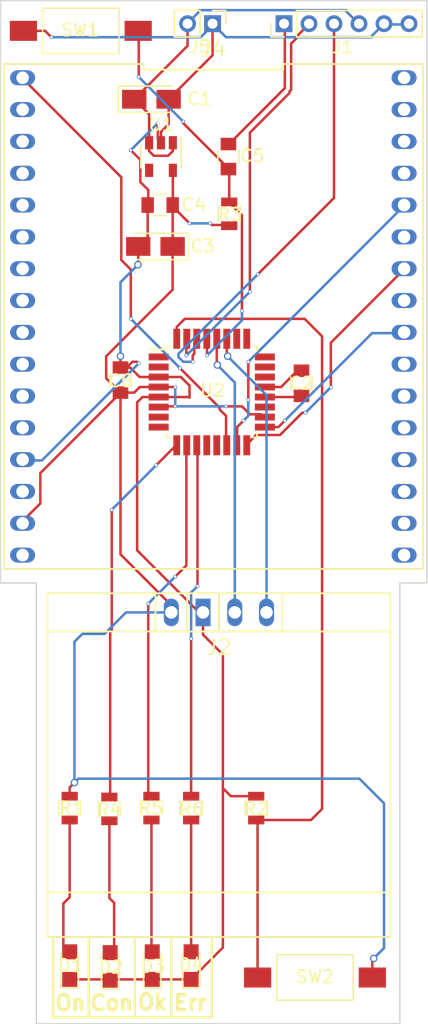
<source format=kicad_pcb>
(kicad_pcb (version 4) (host pcbnew 4.0.7)

  (general
    (links 56)
    (no_connects 1)
    (area 141.681999 18.739642 177.5365 105.294)
    (thickness 1.6)
    (drawings 19)
    (tracks 302)
    (zones 0)
    (modules 24)
    (nets 62)
  )

  (page A4)
  (layers
    (0 F.Cu signal)
    (31 B.Cu signal)
    (32 B.Adhes user)
    (33 F.Adhes user)
    (34 B.Paste user)
    (35 F.Paste user)
    (36 B.SilkS user)
    (37 F.SilkS user)
    (38 B.Mask user)
    (39 F.Mask user)
    (40 Dwgs.User user)
    (41 Cmts.User user)
    (42 Eco1.User user)
    (43 Eco2.User user)
    (44 Edge.Cuts user)
    (45 Margin user)
    (46 B.CrtYd user)
    (47 F.CrtYd user)
    (48 B.Fab user)
    (49 F.Fab user hide)
  )

  (setup
    (last_trace_width 0.2)
    (trace_clearance 0.2)
    (zone_clearance 0.508)
    (zone_45_only no)
    (trace_min 0.15)
    (segment_width 0.2)
    (edge_width 0.1)
    (via_size 0.3)
    (via_drill 0.2)
    (via_min_size 0.26)
    (via_min_drill 0.13)
    (uvia_size 0.3)
    (uvia_drill 0.1)
    (uvias_allowed no)
    (uvia_min_size 0.2)
    (uvia_min_drill 0.1)
    (pcb_text_width 0.3)
    (pcb_text_size 1.5 1.5)
    (mod_edge_width 0.15)
    (mod_text_size 1 1)
    (mod_text_width 0.15)
    (pad_size 1.5 1.5)
    (pad_drill 0.6)
    (pad_to_mask_clearance 0)
    (aux_axis_origin 0 0)
    (visible_elements FFFFFF7F)
    (pcbplotparams
      (layerselection 0x00030_80000001)
      (usegerberextensions false)
      (excludeedgelayer true)
      (linewidth 0.100000)
      (plotframeref false)
      (viasonmask false)
      (mode 1)
      (useauxorigin false)
      (hpglpennumber 1)
      (hpglpenspeed 20)
      (hpglpendiameter 15)
      (hpglpenoverlay 2)
      (psnegative false)
      (psa4output false)
      (plotreference true)
      (plotvalue true)
      (plotinvisibletext false)
      (padsonsilk false)
      (subtractmaskfromsilk false)
      (outputformat 1)
      (mirror false)
      (drillshape 1)
      (scaleselection 1)
      (outputdirectory ""))
  )

  (net 0 "")
  (net 1 +5V)
  (net 2 GND)
  (net 3 "Net-(C2-Pad1)")
  (net 4 VCC)
  (net 5 DTR)
  (net 6 "Net-(C5-Pad2)")
  (net 7 "Net-(D1-Pad2)")
  (net 8 "Net-(D2-Pad2)")
  (net 9 "Net-(D3-Pad2)")
  (net 10 "Net-(D4-Pad2)")
  (net 11 RXO)
  (net 12 TXO)
  (net 13 SCL)
  (net 14 SDA)
  (net 15 "Net-(J4-Pad32)")
  (net 16 P_RST)
  (net 17 "Net-(J4-Pad31)")
  (net 18 "Net-(J4-Pad2)")
  (net 19 "Net-(J4-Pad30)")
  (net 20 "Net-(J4-Pad3)")
  (net 21 "Net-(J4-Pad29)")
  (net 22 "Net-(J4-Pad4)")
  (net 23 P_MOSI)
  (net 24 "Net-(J4-Pad5)")
  (net 25 "Net-(J4-Pad27)")
  (net 26 "Net-(J4-Pad6)")
  (net 27 P_MISO)
  (net 28 "Net-(J4-Pad7)")
  (net 29 "Net-(J4-Pad25)")
  (net 30 "Net-(J4-Pad8)")
  (net 31 P_SCK)
  (net 32 "Net-(J4-Pad9)")
  (net 33 "Net-(J4-Pad23)")
  (net 34 "Net-(J4-Pad10)")
  (net 35 "Net-(J4-Pad22)")
  (net 36 "Net-(J4-Pad11)")
  (net 37 "Net-(J4-Pad21)")
  (net 38 "Net-(J4-Pad12)")
  (net 39 "Net-(J4-Pad20)")
  (net 40 "Net-(J4-Pad19)")
  (net 41 "Net-(J4-Pad14)")
  (net 42 "Net-(J4-Pad18)")
  (net 43 "Net-(J4-Pad17)")
  (net 44 "Net-(J4-Pad16)")
  (net 45 INT)
  (net 46 D5)
  (net 47 D6)
  (net 48 D7)
  (net 49 "Net-(U1-Pad4)")
  (net 50 "Net-(U2-Pad1)")
  (net 51 "Net-(U2-Pad2)")
  (net 52 "Net-(U2-Pad7)")
  (net 53 "Net-(U2-Pad8)")
  (net 54 "Net-(U2-Pad12)")
  (net 55 "Net-(U2-Pad13)")
  (net 56 "Net-(U2-Pad19)")
  (net 57 "Net-(U2-Pad22)")
  (net 58 "Net-(U2-Pad23)")
  (net 59 "Net-(U2-Pad24)")
  (net 60 "Net-(U2-Pad25)")
  (net 61 "Net-(U2-Pad26)")

  (net_class Default "This is the default net class."
    (clearance 0.2)
    (trace_width 0.2)
    (via_dia 0.3)
    (via_drill 0.2)
    (uvia_dia 0.3)
    (uvia_drill 0.1)
    (add_net +5V)
    (add_net D5)
    (add_net D6)
    (add_net D7)
    (add_net DTR)
    (add_net GND)
    (add_net INT)
    (add_net "Net-(C2-Pad1)")
    (add_net "Net-(C5-Pad2)")
    (add_net "Net-(D1-Pad2)")
    (add_net "Net-(D2-Pad2)")
    (add_net "Net-(D3-Pad2)")
    (add_net "Net-(D4-Pad2)")
    (add_net "Net-(J4-Pad10)")
    (add_net "Net-(J4-Pad11)")
    (add_net "Net-(J4-Pad12)")
    (add_net "Net-(J4-Pad14)")
    (add_net "Net-(J4-Pad16)")
    (add_net "Net-(J4-Pad17)")
    (add_net "Net-(J4-Pad18)")
    (add_net "Net-(J4-Pad19)")
    (add_net "Net-(J4-Pad2)")
    (add_net "Net-(J4-Pad20)")
    (add_net "Net-(J4-Pad21)")
    (add_net "Net-(J4-Pad22)")
    (add_net "Net-(J4-Pad23)")
    (add_net "Net-(J4-Pad25)")
    (add_net "Net-(J4-Pad27)")
    (add_net "Net-(J4-Pad29)")
    (add_net "Net-(J4-Pad3)")
    (add_net "Net-(J4-Pad30)")
    (add_net "Net-(J4-Pad31)")
    (add_net "Net-(J4-Pad32)")
    (add_net "Net-(J4-Pad4)")
    (add_net "Net-(J4-Pad5)")
    (add_net "Net-(J4-Pad6)")
    (add_net "Net-(J4-Pad7)")
    (add_net "Net-(J4-Pad8)")
    (add_net "Net-(J4-Pad9)")
    (add_net "Net-(U1-Pad4)")
    (add_net "Net-(U2-Pad1)")
    (add_net "Net-(U2-Pad12)")
    (add_net "Net-(U2-Pad13)")
    (add_net "Net-(U2-Pad19)")
    (add_net "Net-(U2-Pad2)")
    (add_net "Net-(U2-Pad22)")
    (add_net "Net-(U2-Pad23)")
    (add_net "Net-(U2-Pad24)")
    (add_net "Net-(U2-Pad25)")
    (add_net "Net-(U2-Pad26)")
    (add_net "Net-(U2-Pad7)")
    (add_net "Net-(U2-Pad8)")
    (add_net P_MISO)
    (add_net P_MOSI)
    (add_net P_RST)
    (add_net P_SCK)
    (add_net RXO)
    (add_net SCL)
    (add_net SDA)
    (add_net TXO)
    (add_net VCC)
  )

  (module Capacitors_Tantalum_SMD:CP_Tantalum_Case-A_EIA-3216-18_Reflow (layer F.Cu) (tedit 59D57E56) (tstamp 59D57A25)
    (at 153.797 31.115)
    (descr "Tantalum capacitor, Case A, EIA 3216-18, 3.2x1.6x1.6mm, Reflow soldering footprint")
    (tags "capacitor tantalum smd")
    (path /59B3690C)
    (attr smd)
    (fp_text reference C1 (at 3.84175 -0.03175 180) (layer F.SilkS)
      (effects (font (size 1 1) (thickness 0.15)))
    )
    (fp_text value CP1 (at 0 2.55) (layer F.Fab) hide
      (effects (font (size 1 1) (thickness 0.15)))
    )
    (fp_text user %R (at 0 0) (layer F.Fab)
      (effects (font (size 0.7 0.7) (thickness 0.105)))
    )
    (fp_line (start -2.75 -1.2) (end -2.75 1.2) (layer F.CrtYd) (width 0.05))
    (fp_line (start -2.75 1.2) (end 2.75 1.2) (layer F.CrtYd) (width 0.05))
    (fp_line (start 2.75 1.2) (end 2.75 -1.2) (layer F.CrtYd) (width 0.05))
    (fp_line (start 2.75 -1.2) (end -2.75 -1.2) (layer F.CrtYd) (width 0.05))
    (fp_line (start -1.6 -0.8) (end -1.6 0.8) (layer F.Fab) (width 0.1))
    (fp_line (start -1.6 0.8) (end 1.6 0.8) (layer F.Fab) (width 0.1))
    (fp_line (start 1.6 0.8) (end 1.6 -0.8) (layer F.Fab) (width 0.1))
    (fp_line (start 1.6 -0.8) (end -1.6 -0.8) (layer F.Fab) (width 0.1))
    (fp_line (start -1.28 -0.8) (end -1.28 0.8) (layer F.Fab) (width 0.1))
    (fp_line (start -1.12 -0.8) (end -1.12 0.8) (layer F.Fab) (width 0.1))
    (fp_line (start -2.65 -1.05) (end 1.6 -1.05) (layer F.SilkS) (width 0.12))
    (fp_line (start -2.65 1.05) (end 1.6 1.05) (layer F.SilkS) (width 0.12))
    (fp_line (start -2.65 -1.05) (end -2.65 1.05) (layer F.SilkS) (width 0.12))
    (pad 1 smd rect (at -1.375 0) (size 1.95 1.5) (layers F.Cu F.Paste F.Mask)
      (net 1 +5V))
    (pad 2 smd rect (at 1.375 0) (size 1.95 1.5) (layers F.Cu F.Paste F.Mask)
      (net 2 GND))
    (model Capacitors_Tantalum_SMD.3dshapes/CP_Tantalum_Case-A_EIA-3216-18.wrl
      (at (xyz 0 0 0))
      (scale (xyz 1 1 1))
      (rotate (xyz 0 0 0))
    )
  )

  (module Capacitors_SMD:C_0805 (layer F.Cu) (tedit 59D57C59) (tstamp 59D57A36)
    (at 165.7985 53.7845 90)
    (descr "Capacitor SMD 0805, reflow soldering, AVX (see smccp.pdf)")
    (tags "capacitor 0805")
    (path /59B3820A)
    (attr smd)
    (fp_text reference C2 (at 0 0 180) (layer F.SilkS)
      (effects (font (size 1 1) (thickness 0.15)))
    )
    (fp_text value C (at 0 1.75 90) (layer F.Fab) hide
      (effects (font (size 1 1) (thickness 0.15)))
    )
    (fp_text user %R (at 0 -1.5 90) (layer F.Fab)
      (effects (font (size 1 1) (thickness 0.15)))
    )
    (fp_line (start -1 0.62) (end -1 -0.62) (layer F.Fab) (width 0.1))
    (fp_line (start 1 0.62) (end -1 0.62) (layer F.Fab) (width 0.1))
    (fp_line (start 1 -0.62) (end 1 0.62) (layer F.Fab) (width 0.1))
    (fp_line (start -1 -0.62) (end 1 -0.62) (layer F.Fab) (width 0.1))
    (fp_line (start 0.5 -0.85) (end -0.5 -0.85) (layer F.SilkS) (width 0.12))
    (fp_line (start -0.5 0.85) (end 0.5 0.85) (layer F.SilkS) (width 0.12))
    (fp_line (start -1.75 -0.88) (end 1.75 -0.88) (layer F.CrtYd) (width 0.05))
    (fp_line (start -1.75 -0.88) (end -1.75 0.87) (layer F.CrtYd) (width 0.05))
    (fp_line (start 1.75 0.87) (end 1.75 -0.88) (layer F.CrtYd) (width 0.05))
    (fp_line (start 1.75 0.87) (end -1.75 0.87) (layer F.CrtYd) (width 0.05))
    (pad 1 smd rect (at -1 0 90) (size 1 1.25) (layers F.Cu F.Paste F.Mask)
      (net 3 "Net-(C2-Pad1)"))
    (pad 2 smd rect (at 1 0 90) (size 1 1.25) (layers F.Cu F.Paste F.Mask)
      (net 2 GND))
    (model Capacitors_SMD.3dshapes/C_0805.wrl
      (at (xyz 0 0 0))
      (scale (xyz 1 1 1))
      (rotate (xyz 0 0 0))
    )
  )

  (module Capacitors_Tantalum_SMD:CP_Tantalum_Case-A_EIA-3216-18_Reflow (layer F.Cu) (tedit 59D57E52) (tstamp 59D57A4A)
    (at 154.1145 42.8625 180)
    (descr "Tantalum capacitor, Case A, EIA 3216-18, 3.2x1.6x1.6mm, Reflow soldering footprint")
    (tags "capacitor tantalum smd")
    (path /59B3694C)
    (attr smd)
    (fp_text reference C3 (at -3.77825 0.03175 180) (layer F.SilkS)
      (effects (font (size 1 1) (thickness 0.15)))
    )
    (fp_text value CP1 (at 0 2.55 180) (layer F.Fab) hide
      (effects (font (size 1 1) (thickness 0.15)))
    )
    (fp_text user %R (at 0 0 180) (layer F.Fab)
      (effects (font (size 0.7 0.7) (thickness 0.105)))
    )
    (fp_line (start -2.75 -1.2) (end -2.75 1.2) (layer F.CrtYd) (width 0.05))
    (fp_line (start -2.75 1.2) (end 2.75 1.2) (layer F.CrtYd) (width 0.05))
    (fp_line (start 2.75 1.2) (end 2.75 -1.2) (layer F.CrtYd) (width 0.05))
    (fp_line (start 2.75 -1.2) (end -2.75 -1.2) (layer F.CrtYd) (width 0.05))
    (fp_line (start -1.6 -0.8) (end -1.6 0.8) (layer F.Fab) (width 0.1))
    (fp_line (start -1.6 0.8) (end 1.6 0.8) (layer F.Fab) (width 0.1))
    (fp_line (start 1.6 0.8) (end 1.6 -0.8) (layer F.Fab) (width 0.1))
    (fp_line (start 1.6 -0.8) (end -1.6 -0.8) (layer F.Fab) (width 0.1))
    (fp_line (start -1.28 -0.8) (end -1.28 0.8) (layer F.Fab) (width 0.1))
    (fp_line (start -1.12 -0.8) (end -1.12 0.8) (layer F.Fab) (width 0.1))
    (fp_line (start -2.65 -1.05) (end 1.6 -1.05) (layer F.SilkS) (width 0.12))
    (fp_line (start -2.65 1.05) (end 1.6 1.05) (layer F.SilkS) (width 0.12))
    (fp_line (start -2.65 -1.05) (end -2.65 1.05) (layer F.SilkS) (width 0.12))
    (pad 1 smd rect (at -1.375 0 180) (size 1.95 1.5) (layers F.Cu F.Paste F.Mask)
      (net 4 VCC))
    (pad 2 smd rect (at 1.375 0 180) (size 1.95 1.5) (layers F.Cu F.Paste F.Mask)
      (net 2 GND))
    (model Capacitors_Tantalum_SMD.3dshapes/CP_Tantalum_Case-A_EIA-3216-18.wrl
      (at (xyz 0 0 0))
      (scale (xyz 1 1 1))
      (rotate (xyz 0 0 0))
    )
  )

  (module Capacitors_SMD:C_0805 (layer F.Cu) (tedit 59D57E4D) (tstamp 59D57A5B)
    (at 154.4955 39.5605 180)
    (descr "Capacitor SMD 0805, reflow soldering, AVX (see smccp.pdf)")
    (tags "capacitor 0805")
    (path /59B36875)
    (attr smd)
    (fp_text reference C4 (at -2.69875 0.03175 360) (layer F.SilkS)
      (effects (font (size 1 1) (thickness 0.15)))
    )
    (fp_text value C (at 0 1.75 180) (layer F.Fab) hide
      (effects (font (size 1 1) (thickness 0.15)))
    )
    (fp_text user %R (at 0 -1.5 180) (layer F.Fab)
      (effects (font (size 1 1) (thickness 0.15)))
    )
    (fp_line (start -1 0.62) (end -1 -0.62) (layer F.Fab) (width 0.1))
    (fp_line (start 1 0.62) (end -1 0.62) (layer F.Fab) (width 0.1))
    (fp_line (start 1 -0.62) (end 1 0.62) (layer F.Fab) (width 0.1))
    (fp_line (start -1 -0.62) (end 1 -0.62) (layer F.Fab) (width 0.1))
    (fp_line (start 0.5 -0.85) (end -0.5 -0.85) (layer F.SilkS) (width 0.12))
    (fp_line (start -0.5 0.85) (end 0.5 0.85) (layer F.SilkS) (width 0.12))
    (fp_line (start -1.75 -0.88) (end 1.75 -0.88) (layer F.CrtYd) (width 0.05))
    (fp_line (start -1.75 -0.88) (end -1.75 0.87) (layer F.CrtYd) (width 0.05))
    (fp_line (start 1.75 0.87) (end 1.75 -0.88) (layer F.CrtYd) (width 0.05))
    (fp_line (start 1.75 0.87) (end -1.75 0.87) (layer F.CrtYd) (width 0.05))
    (pad 1 smd rect (at -1 0 180) (size 1 1.25) (layers F.Cu F.Paste F.Mask)
      (net 4 VCC))
    (pad 2 smd rect (at 1 0 180) (size 1 1.25) (layers F.Cu F.Paste F.Mask)
      (net 2 GND))
    (model Capacitors_SMD.3dshapes/C_0805.wrl
      (at (xyz 0 0 0))
      (scale (xyz 1 1 1))
      (rotate (xyz 0 0 0))
    )
  )

  (module Capacitors_SMD:C_0805 (layer F.Cu) (tedit 59D57ECC) (tstamp 59D57A6C)
    (at 159.9565 35.687 270)
    (descr "Capacitor SMD 0805, reflow soldering, AVX (see smccp.pdf)")
    (tags "capacitor 0805")
    (path /59B37EC2)
    (attr smd)
    (fp_text reference C5 (at -0.0635 -1.905 360) (layer F.SilkS)
      (effects (font (size 1 1) (thickness 0.15)))
    )
    (fp_text value C (at 0 1.75 270) (layer F.Fab) hide
      (effects (font (size 1 1) (thickness 0.15)))
    )
    (fp_text user %R (at 0 -1.5 270) (layer F.Fab)
      (effects (font (size 1 1) (thickness 0.15)))
    )
    (fp_line (start -1 0.62) (end -1 -0.62) (layer F.Fab) (width 0.1))
    (fp_line (start 1 0.62) (end -1 0.62) (layer F.Fab) (width 0.1))
    (fp_line (start 1 -0.62) (end 1 0.62) (layer F.Fab) (width 0.1))
    (fp_line (start -1 -0.62) (end 1 -0.62) (layer F.Fab) (width 0.1))
    (fp_line (start 0.5 -0.85) (end -0.5 -0.85) (layer F.SilkS) (width 0.12))
    (fp_line (start -0.5 0.85) (end 0.5 0.85) (layer F.SilkS) (width 0.12))
    (fp_line (start -1.75 -0.88) (end 1.75 -0.88) (layer F.CrtYd) (width 0.05))
    (fp_line (start -1.75 -0.88) (end -1.75 0.87) (layer F.CrtYd) (width 0.05))
    (fp_line (start 1.75 0.87) (end 1.75 -0.88) (layer F.CrtYd) (width 0.05))
    (fp_line (start 1.75 0.87) (end -1.75 0.87) (layer F.CrtYd) (width 0.05))
    (pad 1 smd rect (at -1 0 270) (size 1 1.25) (layers F.Cu F.Paste F.Mask)
      (net 5 DTR))
    (pad 2 smd rect (at 1 0 270) (size 1 1.25) (layers F.Cu F.Paste F.Mask)
      (net 6 "Net-(C5-Pad2)"))
    (model Capacitors_SMD.3dshapes/C_0805.wrl
      (at (xyz 0 0 0))
      (scale (xyz 1 1 1))
      (rotate (xyz 0 0 0))
    )
  )

  (module Capacitors_SMD:C_0805 (layer F.Cu) (tedit 59D57C0F) (tstamp 59D57A7D)
    (at 151.3205 53.5305 90)
    (descr "Capacitor SMD 0805, reflow soldering, AVX (see smccp.pdf)")
    (tags "capacitor 0805")
    (path /59B3C707)
    (attr smd)
    (fp_text reference C6 (at -0.0635 0 180) (layer F.SilkS)
      (effects (font (size 1 1) (thickness 0.15)))
    )
    (fp_text value C (at 0 1.75 90) (layer F.Fab) hide
      (effects (font (size 1 1) (thickness 0.15)))
    )
    (fp_text user %R (at 0 -1.5 90) (layer F.Fab)
      (effects (font (size 1 1) (thickness 0.15)))
    )
    (fp_line (start -1 0.62) (end -1 -0.62) (layer F.Fab) (width 0.1))
    (fp_line (start 1 0.62) (end -1 0.62) (layer F.Fab) (width 0.1))
    (fp_line (start 1 -0.62) (end 1 0.62) (layer F.Fab) (width 0.1))
    (fp_line (start -1 -0.62) (end 1 -0.62) (layer F.Fab) (width 0.1))
    (fp_line (start 0.5 -0.85) (end -0.5 -0.85) (layer F.SilkS) (width 0.12))
    (fp_line (start -0.5 0.85) (end 0.5 0.85) (layer F.SilkS) (width 0.12))
    (fp_line (start -1.75 -0.88) (end 1.75 -0.88) (layer F.CrtYd) (width 0.05))
    (fp_line (start -1.75 -0.88) (end -1.75 0.87) (layer F.CrtYd) (width 0.05))
    (fp_line (start 1.75 0.87) (end 1.75 -0.88) (layer F.CrtYd) (width 0.05))
    (fp_line (start 1.75 0.87) (end -1.75 0.87) (layer F.CrtYd) (width 0.05))
    (pad 1 smd rect (at -1 0 90) (size 1 1.25) (layers F.Cu F.Paste F.Mask)
      (net 4 VCC))
    (pad 2 smd rect (at 1 0 90) (size 1 1.25) (layers F.Cu F.Paste F.Mask)
      (net 2 GND))
    (model Capacitors_SMD.3dshapes/C_0805.wrl
      (at (xyz 0 0 0))
      (scale (xyz 1 1 1))
      (rotate (xyz 0 0 0))
    )
  )

  (module LEDs:LED_0805 (layer F.Cu) (tedit 59D6A7C7) (tstamp 59D57A93)
    (at 147.2565 100.2665 90)
    (descr "LED 0805 smd package")
    (tags "LED led 0805 SMD smd SMT smt smdled SMDLED smtled SMTLED")
    (path /59B3CBD4)
    (attr smd)
    (fp_text reference D1 (at 0 0.0635 180) (layer F.SilkS)
      (effects (font (size 1 1) (thickness 0.15)))
    )
    (fp_text value PWR_G (at -0.127 -1.4605 90) (layer F.Fab) hide
      (effects (font (size 1 1) (thickness 0.15)))
    )
    (fp_line (start -1.8 -0.7) (end -1.8 0.7) (layer F.SilkS) (width 0.12))
    (fp_line (start -0.4 -0.4) (end -0.4 0.4) (layer F.Fab) (width 0.1))
    (fp_line (start -0.4 0) (end 0.2 -0.4) (layer F.Fab) (width 0.1))
    (fp_line (start 0.2 0.4) (end -0.4 0) (layer F.Fab) (width 0.1))
    (fp_line (start 0.2 -0.4) (end 0.2 0.4) (layer F.Fab) (width 0.1))
    (fp_line (start 1 0.6) (end -1 0.6) (layer F.Fab) (width 0.1))
    (fp_line (start 1 -0.6) (end 1 0.6) (layer F.Fab) (width 0.1))
    (fp_line (start -1 -0.6) (end 1 -0.6) (layer F.Fab) (width 0.1))
    (fp_line (start -1 0.6) (end -1 -0.6) (layer F.Fab) (width 0.1))
    (fp_line (start -1.8 0.7) (end 1 0.7) (layer F.SilkS) (width 0.12))
    (fp_line (start -1.8 -0.7) (end 1 -0.7) (layer F.SilkS) (width 0.12))
    (fp_line (start 1.95 -0.85) (end 1.95 0.85) (layer F.CrtYd) (width 0.05))
    (fp_line (start 1.95 0.85) (end -1.95 0.85) (layer F.CrtYd) (width 0.05))
    (fp_line (start -1.95 0.85) (end -1.95 -0.85) (layer F.CrtYd) (width 0.05))
    (fp_line (start -1.95 -0.85) (end 1.95 -0.85) (layer F.CrtYd) (width 0.05))
    (fp_text user %R (at 0 -1.25 90) (layer F.Fab)
      (effects (font (size 0.4 0.4) (thickness 0.1)))
    )
    (pad 2 smd rect (at 1.1 0 270) (size 1.2 1.2) (layers F.Cu F.Paste F.Mask)
      (net 7 "Net-(D1-Pad2)"))
    (pad 1 smd rect (at -1.1 0 270) (size 1.2 1.2) (layers F.Cu F.Paste F.Mask)
      (net 2 GND))
    (model ${KISYS3DMOD}/LEDs.3dshapes/LED_0805.wrl
      (at (xyz 0 0 0))
      (scale (xyz 1 1 1))
      (rotate (xyz 0 0 180))
    )
  )

  (module LEDs:LED_0805 (layer F.Cu) (tedit 59D6A7CB) (tstamp 59D57AA9)
    (at 150.495 100.33 90)
    (descr "LED 0805 smd package")
    (tags "LED led 0805 SMD smd SMT smt smdled SMDLED smtled SMTLED")
    (path /59C6F714)
    (attr smd)
    (fp_text reference D2 (at -0.0635 0.0635 180) (layer F.SilkS)
      (effects (font (size 1 1) (thickness 0.15)))
    )
    (fp_text value CONN_W (at -0.1905 -1.397 90) (layer F.Fab) hide
      (effects (font (size 1 1) (thickness 0.15)))
    )
    (fp_line (start -1.8 -0.7) (end -1.8 0.7) (layer F.SilkS) (width 0.12))
    (fp_line (start -0.4 -0.4) (end -0.4 0.4) (layer F.Fab) (width 0.1))
    (fp_line (start -0.4 0) (end 0.2 -0.4) (layer F.Fab) (width 0.1))
    (fp_line (start 0.2 0.4) (end -0.4 0) (layer F.Fab) (width 0.1))
    (fp_line (start 0.2 -0.4) (end 0.2 0.4) (layer F.Fab) (width 0.1))
    (fp_line (start 1 0.6) (end -1 0.6) (layer F.Fab) (width 0.1))
    (fp_line (start 1 -0.6) (end 1 0.6) (layer F.Fab) (width 0.1))
    (fp_line (start -1 -0.6) (end 1 -0.6) (layer F.Fab) (width 0.1))
    (fp_line (start -1 0.6) (end -1 -0.6) (layer F.Fab) (width 0.1))
    (fp_line (start -1.8 0.7) (end 1 0.7) (layer F.SilkS) (width 0.12))
    (fp_line (start -1.8 -0.7) (end 1 -0.7) (layer F.SilkS) (width 0.12))
    (fp_line (start 1.95 -0.85) (end 1.95 0.85) (layer F.CrtYd) (width 0.05))
    (fp_line (start 1.95 0.85) (end -1.95 0.85) (layer F.CrtYd) (width 0.05))
    (fp_line (start -1.95 0.85) (end -1.95 -0.85) (layer F.CrtYd) (width 0.05))
    (fp_line (start -1.95 -0.85) (end 1.95 -0.85) (layer F.CrtYd) (width 0.05))
    (fp_text user %R (at 0 -1.25 90) (layer F.Fab)
      (effects (font (size 0.4 0.4) (thickness 0.1)))
    )
    (pad 2 smd rect (at 1.1 0 270) (size 1.2 1.2) (layers F.Cu F.Paste F.Mask)
      (net 8 "Net-(D2-Pad2)"))
    (pad 1 smd rect (at -1.1 0 270) (size 1.2 1.2) (layers F.Cu F.Paste F.Mask)
      (net 2 GND))
    (model ${KISYS3DMOD}/LEDs.3dshapes/LED_0805.wrl
      (at (xyz 0 0 0))
      (scale (xyz 1 1 1))
      (rotate (xyz 0 0 180))
    )
  )

  (module LEDs:LED_0805 (layer F.Cu) (tedit 59D6A7CE) (tstamp 59D57ABF)
    (at 153.8605 100.2665 90)
    (descr "LED 0805 smd package")
    (tags "LED led 0805 SMD smd SMT smt smdled SMDLED smtled SMTLED")
    (path /59C6F988)
    (attr smd)
    (fp_text reference D3 (at -0.0635 0.0635 180) (layer F.SilkS)
      (effects (font (size 1 1) (thickness 0.15)))
    )
    (fp_text value OK_G (at 0.0635 -1.4605 90) (layer F.Fab) hide
      (effects (font (size 1 1) (thickness 0.15)))
    )
    (fp_line (start -1.8 -0.7) (end -1.8 0.7) (layer F.SilkS) (width 0.12))
    (fp_line (start -0.4 -0.4) (end -0.4 0.4) (layer F.Fab) (width 0.1))
    (fp_line (start -0.4 0) (end 0.2 -0.4) (layer F.Fab) (width 0.1))
    (fp_line (start 0.2 0.4) (end -0.4 0) (layer F.Fab) (width 0.1))
    (fp_line (start 0.2 -0.4) (end 0.2 0.4) (layer F.Fab) (width 0.1))
    (fp_line (start 1 0.6) (end -1 0.6) (layer F.Fab) (width 0.1))
    (fp_line (start 1 -0.6) (end 1 0.6) (layer F.Fab) (width 0.1))
    (fp_line (start -1 -0.6) (end 1 -0.6) (layer F.Fab) (width 0.1))
    (fp_line (start -1 0.6) (end -1 -0.6) (layer F.Fab) (width 0.1))
    (fp_line (start -1.8 0.7) (end 1 0.7) (layer F.SilkS) (width 0.12))
    (fp_line (start -1.8 -0.7) (end 1 -0.7) (layer F.SilkS) (width 0.12))
    (fp_line (start 1.95 -0.85) (end 1.95 0.85) (layer F.CrtYd) (width 0.05))
    (fp_line (start 1.95 0.85) (end -1.95 0.85) (layer F.CrtYd) (width 0.05))
    (fp_line (start -1.95 0.85) (end -1.95 -0.85) (layer F.CrtYd) (width 0.05))
    (fp_line (start -1.95 -0.85) (end 1.95 -0.85) (layer F.CrtYd) (width 0.05))
    (fp_text user %R (at 0 -1.25 90) (layer F.Fab)
      (effects (font (size 0.4 0.4) (thickness 0.1)))
    )
    (pad 2 smd rect (at 1.1 0 270) (size 1.2 1.2) (layers F.Cu F.Paste F.Mask)
      (net 9 "Net-(D3-Pad2)"))
    (pad 1 smd rect (at -1.1 0 270) (size 1.2 1.2) (layers F.Cu F.Paste F.Mask)
      (net 2 GND))
    (model ${KISYS3DMOD}/LEDs.3dshapes/LED_0805.wrl
      (at (xyz 0 0 0))
      (scale (xyz 1 1 1))
      (rotate (xyz 0 0 180))
    )
  )

  (module LEDs:LED_0805 (layer F.Cu) (tedit 59D6A7D2) (tstamp 59D57AD5)
    (at 156.972 100.2665 90)
    (descr "LED 0805 smd package")
    (tags "LED led 0805 SMD smd SMT smt smdled SMDLED smtled SMTLED")
    (path /59C6FA61)
    (attr smd)
    (fp_text reference D4 (at 0.066357 0.0215 180) (layer F.SilkS)
      (effects (font (size 1 1) (thickness 0.15)))
    )
    (fp_text value ERROR_R (at 0.0635 -1.524 90) (layer F.Fab) hide
      (effects (font (size 1 1) (thickness 0.15)))
    )
    (fp_line (start -1.8 -0.7) (end -1.8 0.7) (layer F.SilkS) (width 0.12))
    (fp_line (start -0.4 -0.4) (end -0.4 0.4) (layer F.Fab) (width 0.1))
    (fp_line (start -0.4 0) (end 0.2 -0.4) (layer F.Fab) (width 0.1))
    (fp_line (start 0.2 0.4) (end -0.4 0) (layer F.Fab) (width 0.1))
    (fp_line (start 0.2 -0.4) (end 0.2 0.4) (layer F.Fab) (width 0.1))
    (fp_line (start 1 0.6) (end -1 0.6) (layer F.Fab) (width 0.1))
    (fp_line (start 1 -0.6) (end 1 0.6) (layer F.Fab) (width 0.1))
    (fp_line (start -1 -0.6) (end 1 -0.6) (layer F.Fab) (width 0.1))
    (fp_line (start -1 0.6) (end -1 -0.6) (layer F.Fab) (width 0.1))
    (fp_line (start -1.8 0.7) (end 1 0.7) (layer F.SilkS) (width 0.12))
    (fp_line (start -1.8 -0.7) (end 1 -0.7) (layer F.SilkS) (width 0.12))
    (fp_line (start 1.95 -0.85) (end 1.95 0.85) (layer F.CrtYd) (width 0.05))
    (fp_line (start 1.95 0.85) (end -1.95 0.85) (layer F.CrtYd) (width 0.05))
    (fp_line (start -1.95 0.85) (end -1.95 -0.85) (layer F.CrtYd) (width 0.05))
    (fp_line (start -1.95 -0.85) (end 1.95 -0.85) (layer F.CrtYd) (width 0.05))
    (fp_text user %R (at 0 -1.25 90) (layer F.Fab)
      (effects (font (size 0.4 0.4) (thickness 0.1)))
    )
    (pad 2 smd rect (at 1.1 0 270) (size 1.2 1.2) (layers F.Cu F.Paste F.Mask)
      (net 10 "Net-(D4-Pad2)"))
    (pad 1 smd rect (at -1.1 0 270) (size 1.2 1.2) (layers F.Cu F.Paste F.Mask)
      (net 2 GND))
    (model ${KISYS3DMOD}/LEDs.3dshapes/LED_0805.wrl
      (at (xyz 0 0 0))
      (scale (xyz 1 1 1))
      (rotate (xyz 0 0 180))
    )
  )

  (module Pin_Headers:Pin_Header_Straight_1x06_Pitch2.00mm (layer F.Cu) (tedit 59D6AB1A) (tstamp 59D57AEF)
    (at 164.4015 25.0825 90)
    (descr "Through hole straight pin header, 1x06, 2.00mm pitch, single row")
    (tags "Through hole pin header THT 1x06 2.00mm single row")
    (path /59B365CA)
    (fp_text reference J1 (at -1.8415 4.699 180) (layer F.SilkS)
      (effects (font (size 1 1) (thickness 0.15)))
    )
    (fp_text value ISP_Programmer (at 0 12.06 90) (layer F.Fab) hide
      (effects (font (size 1 1) (thickness 0.15)))
    )
    (fp_line (start -0.5 -1) (end 1 -1) (layer F.Fab) (width 0.1))
    (fp_line (start 1 -1) (end 1 11) (layer F.Fab) (width 0.1))
    (fp_line (start 1 11) (end -1 11) (layer F.Fab) (width 0.1))
    (fp_line (start -1 11) (end -1 -0.5) (layer F.Fab) (width 0.1))
    (fp_line (start -1 -0.5) (end -0.5 -1) (layer F.Fab) (width 0.1))
    (fp_line (start -1.06 11.06) (end 1.06 11.06) (layer F.SilkS) (width 0.12))
    (fp_line (start -1.06 1) (end -1.06 11.06) (layer F.SilkS) (width 0.12))
    (fp_line (start 1.06 1) (end 1.06 11.06) (layer F.SilkS) (width 0.12))
    (fp_line (start -1.06 1) (end 1.06 1) (layer F.SilkS) (width 0.12))
    (fp_line (start -1.06 0) (end -1.06 -1.06) (layer F.SilkS) (width 0.12))
    (fp_line (start -1.06 -1.06) (end 0 -1.06) (layer F.SilkS) (width 0.12))
    (fp_line (start -1.5 -1.5) (end -1.5 11.5) (layer F.CrtYd) (width 0.05))
    (fp_line (start -1.5 11.5) (end 1.5 11.5) (layer F.CrtYd) (width 0.05))
    (fp_line (start 1.5 11.5) (end 1.5 -1.5) (layer F.CrtYd) (width 0.05))
    (fp_line (start 1.5 -1.5) (end -1.5 -1.5) (layer F.CrtYd) (width 0.05))
    (fp_text user %R (at 0 5 180) (layer F.Fab)
      (effects (font (size 1 1) (thickness 0.15)))
    )
    (pad 1 thru_hole rect (at 0 0 90) (size 1.35 1.35) (drill 0.8) (layers *.Cu *.Mask)
      (net 5 DTR))
    (pad 2 thru_hole oval (at 0 2 90) (size 1.35 1.35) (drill 0.8) (layers *.Cu *.Mask)
      (net 11 RXO))
    (pad 3 thru_hole oval (at 0 4 90) (size 1.35 1.35) (drill 0.8) (layers *.Cu *.Mask)
      (net 12 TXO))
    (pad 4 thru_hole oval (at 0 6 90) (size 1.35 1.35) (drill 0.8) (layers *.Cu *.Mask)
      (net 1 +5V))
    (pad 5 thru_hole oval (at 0 8 90) (size 1.35 1.35) (drill 0.8) (layers *.Cu *.Mask)
      (net 2 GND))
    (pad 6 thru_hole oval (at 0 10 90) (size 1.35 1.35) (drill 0.8) (layers *.Cu *.Mask)
      (net 2 GND))
    (model ${KISYS3DMOD}/Pin_Headers.3dshapes/Pin_Header_Straight_1x06_Pitch2.00mm.wrl
      (at (xyz 0 0 0))
      (scale (xyz 1 1 1))
      (rotate (xyz 0 0 0))
    )
  )

  (module AtMegaProgrammer:OLED_VCC_GND (layer F.Cu) (tedit 59D58098) (tstamp 59D57B07)
    (at 159.1945 71.8185)
    (path /59D5807D)
    (fp_text reference J2 (at 0 3.054) (layer F.SilkS)
      (effects (font (size 1.2 1.2) (thickness 0.15)))
    )
    (fp_text value OLED_VCC_GND (at -0.254 12.3825) (layer F.Fab)
      (effects (font (size 1.2 1.2) (thickness 0.15)))
    )
    (fp_line (start -13.716 22.606) (end 13.716 22.606) (layer F.SilkS) (width 0.15))
    (fp_line (start -13.716 1.778) (end 13.716 1.778) (layer F.SilkS) (width 0.15))
    (fp_line (start 13.716 -1.27) (end -3.81 -1.27) (layer F.SilkS) (width 0.15))
    (fp_line (start 13.716 26.162) (end 13.716 -1.27) (layer F.SilkS) (width 0.15))
    (fp_line (start -13.716 26.162) (end 13.716 26.162) (layer F.SilkS) (width 0.15))
    (fp_line (start -13.716 -1.27) (end -13.716 26.162) (layer F.SilkS) (width 0.15))
    (fp_line (start -3.81 -1.27) (end -13.716 -1.27) (layer F.SilkS) (width 0.15))
    (fp_line (start -5.08 1.778) (end 5.08 1.778) (layer F.SilkS) (width 0.15))
    (fp_line (start -5.08 -1.27) (end -5.08 1.778) (layer F.SilkS) (width 0.15))
    (fp_line (start 5.08 1.778) (end 5.08 -1.27) (layer F.SilkS) (width 0.15))
    (fp_line (start 0 -1.27) (end 0 1.778) (layer F.SilkS) (width 0.15))
    (fp_line (start -2.54 -1.27) (end -2.54 1.778) (layer F.SilkS) (width 0.15))
    (pad 1 thru_hole oval (at -3.81 0.254) (size 1.2 2.2) (drill 1) (layers *.Cu *.Mask)
      (net 4 VCC))
    (pad 2 thru_hole rect (at -1.27 0.254) (size 1.2 2.2) (drill 1) (layers *.Cu *.Mask)
      (net 2 GND))
    (pad 3 thru_hole oval (at 1.27 0.254) (size 1.2 2.2) (drill 1) (layers *.Cu *.Mask)
      (net 13 SCL))
    (pad 4 thru_hole oval (at 3.81 0.254) (size 1.2 2.2) (drill 1) (layers *.Cu *.Mask)
      (net 14 SDA))
    (pad "" np_thru_hole oval (at -10.414 0.508 90) (size 1.7 3) (drill oval 1.7 3) (layers *.Cu *.Mask))
    (pad "" np_thru_hole oval (at 10.414 0.254 90) (size 1.7 3) (drill oval 1.7 3) (layers *.Cu *.Mask))
    (pad "" np_thru_hole oval (at -10.414 24.384 90) (size 1.7 3) (drill oval 1.7 3) (layers *.Cu *.Mask))
    (pad "" np_thru_hole oval (at 10.414 24.384 90) (size 1.7 3) (drill oval 1.7 3) (layers *.Cu *.Mask))
  )

  (module Pin_Headers:Pin_Header_Straight_1x02_Pitch2.00mm (layer F.Cu) (tedit 59D57B41) (tstamp 59D57B49)
    (at 158.6865 25.0825 270)
    (descr "Through hole straight pin header, 1x02, 2.00mm pitch, single row")
    (tags "Through hole pin header THT 1x02 2.00mm single row")
    (path /59B366A1)
    (fp_text reference J5 (at 1.8415 1.016 360) (layer F.SilkS)
      (effects (font (size 1 1) (thickness 0.15)))
    )
    (fp_text value CONN_01X02 (at 0 4.06 270) (layer F.Fab) hide
      (effects (font (size 1 1) (thickness 0.15)))
    )
    (fp_line (start -0.5 -1) (end 1 -1) (layer F.Fab) (width 0.1))
    (fp_line (start 1 -1) (end 1 3) (layer F.Fab) (width 0.1))
    (fp_line (start 1 3) (end -1 3) (layer F.Fab) (width 0.1))
    (fp_line (start -1 3) (end -1 -0.5) (layer F.Fab) (width 0.1))
    (fp_line (start -1 -0.5) (end -0.5 -1) (layer F.Fab) (width 0.1))
    (fp_line (start -1.06 3.06) (end 1.06 3.06) (layer F.SilkS) (width 0.12))
    (fp_line (start -1.06 1) (end -1.06 3.06) (layer F.SilkS) (width 0.12))
    (fp_line (start 1.06 1) (end 1.06 3.06) (layer F.SilkS) (width 0.12))
    (fp_line (start -1.06 1) (end 1.06 1) (layer F.SilkS) (width 0.12))
    (fp_line (start -1.06 0) (end -1.06 -1.06) (layer F.SilkS) (width 0.12))
    (fp_line (start -1.06 -1.06) (end 0 -1.06) (layer F.SilkS) (width 0.12))
    (fp_line (start -1.5 -1.5) (end -1.5 3.5) (layer F.CrtYd) (width 0.05))
    (fp_line (start -1.5 3.5) (end 1.5 3.5) (layer F.CrtYd) (width 0.05))
    (fp_line (start 1.5 3.5) (end 1.5 -1.5) (layer F.CrtYd) (width 0.05))
    (fp_line (start 1.5 -1.5) (end -1.5 -1.5) (layer F.CrtYd) (width 0.05))
    (fp_text user %R (at 0 1 360) (layer F.Fab)
      (effects (font (size 1 1) (thickness 0.15)))
    )
    (pad 1 thru_hole rect (at 0 0 270) (size 1.35 1.35) (drill 0.8) (layers *.Cu *.Mask)
      (net 2 GND))
    (pad 2 thru_hole oval (at 0 2 270) (size 1.35 1.35) (drill 0.8) (layers *.Cu *.Mask)
      (net 1 +5V))
    (model ${KISYS3DMOD}/Pin_Headers.3dshapes/Pin_Header_Straight_1x02_Pitch2.00mm.wrl
      (at (xyz 0 0 0))
      (scale (xyz 1 1 1))
      (rotate (xyz 0 0 0))
    )
  )

  (module Resistors_SMD:R_0805 (layer F.Cu) (tedit 59D57F86) (tstamp 59D57B5A)
    (at 147.2565 87.6935 270)
    (descr "Resistor SMD 0805, reflow soldering, Vishay (see dcrcw.pdf)")
    (tags "resistor 0805")
    (path /59B3CB9B)
    (attr smd)
    (fp_text reference R1 (at 0 -0.127 360) (layer F.SilkS)
      (effects (font (size 1 1) (thickness 0.15)))
    )
    (fp_text value R (at 0 1.75 270) (layer F.Fab) hide
      (effects (font (size 1 1) (thickness 0.15)))
    )
    (fp_text user %R (at 0 0 270) (layer F.Fab)
      (effects (font (size 0.5 0.5) (thickness 0.075)))
    )
    (fp_line (start -1 0.62) (end -1 -0.62) (layer F.Fab) (width 0.1))
    (fp_line (start 1 0.62) (end -1 0.62) (layer F.Fab) (width 0.1))
    (fp_line (start 1 -0.62) (end 1 0.62) (layer F.Fab) (width 0.1))
    (fp_line (start -1 -0.62) (end 1 -0.62) (layer F.Fab) (width 0.1))
    (fp_line (start 0.6 0.88) (end -0.6 0.88) (layer F.SilkS) (width 0.12))
    (fp_line (start -0.6 -0.88) (end 0.6 -0.88) (layer F.SilkS) (width 0.12))
    (fp_line (start -1.55 -0.9) (end 1.55 -0.9) (layer F.CrtYd) (width 0.05))
    (fp_line (start -1.55 -0.9) (end -1.55 0.9) (layer F.CrtYd) (width 0.05))
    (fp_line (start 1.55 0.9) (end 1.55 -0.9) (layer F.CrtYd) (width 0.05))
    (fp_line (start 1.55 0.9) (end -1.55 0.9) (layer F.CrtYd) (width 0.05))
    (pad 1 smd rect (at -0.95 0 270) (size 0.7 1.3) (layers F.Cu F.Paste F.Mask)
      (net 4 VCC))
    (pad 2 smd rect (at 0.95 0 270) (size 0.7 1.3) (layers F.Cu F.Paste F.Mask)
      (net 7 "Net-(D1-Pad2)"))
    (model ${KISYS3DMOD}/Resistors_SMD.3dshapes/R_0805.wrl
      (at (xyz 0 0 0))
      (scale (xyz 1 1 1))
      (rotate (xyz 0 0 0))
    )
  )

  (module Resistors_SMD:R_0805 (layer F.Cu) (tedit 59D6AA16) (tstamp 59D57B6B)
    (at 162.179 87.6935 90)
    (descr "Resistor SMD 0805, reflow soldering, Vishay (see dcrcw.pdf)")
    (tags "resistor 0805")
    (path /59B3A4BD)
    (attr smd)
    (fp_text reference R2 (at -0.0635 0 180) (layer F.SilkS)
      (effects (font (size 1 1) (thickness 0.15)))
    )
    (fp_text value R (at 0 1.75 90) (layer F.Fab) hide
      (effects (font (size 1 1) (thickness 0.15)))
    )
    (fp_text user %R (at 0 0 90) (layer F.Fab)
      (effects (font (size 0.5 0.5) (thickness 0.075)))
    )
    (fp_line (start -1 0.62) (end -1 -0.62) (layer F.Fab) (width 0.1))
    (fp_line (start 1 0.62) (end -1 0.62) (layer F.Fab) (width 0.1))
    (fp_line (start 1 -0.62) (end 1 0.62) (layer F.Fab) (width 0.1))
    (fp_line (start -1 -0.62) (end 1 -0.62) (layer F.Fab) (width 0.1))
    (fp_line (start 0.6 0.88) (end -0.6 0.88) (layer F.SilkS) (width 0.12))
    (fp_line (start -0.6 -0.88) (end 0.6 -0.88) (layer F.SilkS) (width 0.12))
    (fp_line (start -1.55 -0.9) (end 1.55 -0.9) (layer F.CrtYd) (width 0.05))
    (fp_line (start -1.55 -0.9) (end -1.55 0.9) (layer F.CrtYd) (width 0.05))
    (fp_line (start 1.55 0.9) (end 1.55 -0.9) (layer F.CrtYd) (width 0.05))
    (fp_line (start 1.55 0.9) (end -1.55 0.9) (layer F.CrtYd) (width 0.05))
    (pad 1 smd rect (at -0.95 0 90) (size 0.7 1.3) (layers F.Cu F.Paste F.Mask)
      (net 45 INT))
    (pad 2 smd rect (at 0.95 0 90) (size 0.7 1.3) (layers F.Cu F.Paste F.Mask)
      (net 2 GND))
    (model ${KISYS3DMOD}/Resistors_SMD.3dshapes/R_0805.wrl
      (at (xyz 0 0 0))
      (scale (xyz 1 1 1))
      (rotate (xyz 0 0 0))
    )
  )

  (module Resistors_SMD:R_0805 (layer F.Cu) (tedit 59D599F6) (tstamp 59D57B7C)
    (at 160.02 40.259 90)
    (descr "Resistor SMD 0805, reflow soldering, Vishay (see dcrcw.pdf)")
    (tags "resistor 0805")
    (path /59B37E85)
    (attr smd)
    (fp_text reference R3 (at -0.0635 0.0635 180) (layer F.SilkS)
      (effects (font (size 1 1) (thickness 0.15)))
    )
    (fp_text value R (at 0 1.75 90) (layer F.Fab) hide
      (effects (font (size 1 1) (thickness 0.15)))
    )
    (fp_text user %R (at 0 0 90) (layer F.Fab)
      (effects (font (size 0.5 0.5) (thickness 0.075)))
    )
    (fp_line (start -1 0.62) (end -1 -0.62) (layer F.Fab) (width 0.1))
    (fp_line (start 1 0.62) (end -1 0.62) (layer F.Fab) (width 0.1))
    (fp_line (start 1 -0.62) (end 1 0.62) (layer F.Fab) (width 0.1))
    (fp_line (start -1 -0.62) (end 1 -0.62) (layer F.Fab) (width 0.1))
    (fp_line (start 0.6 0.88) (end -0.6 0.88) (layer F.SilkS) (width 0.12))
    (fp_line (start -0.6 -0.88) (end 0.6 -0.88) (layer F.SilkS) (width 0.12))
    (fp_line (start -1.55 -0.9) (end 1.55 -0.9) (layer F.CrtYd) (width 0.05))
    (fp_line (start -1.55 -0.9) (end -1.55 0.9) (layer F.CrtYd) (width 0.05))
    (fp_line (start 1.55 0.9) (end 1.55 -0.9) (layer F.CrtYd) (width 0.05))
    (fp_line (start 1.55 0.9) (end -1.55 0.9) (layer F.CrtYd) (width 0.05))
    (pad 1 smd rect (at -0.95 0 90) (size 0.7 1.3) (layers F.Cu F.Paste F.Mask)
      (net 4 VCC))
    (pad 2 smd rect (at 0.95 0 90) (size 0.7 1.3) (layers F.Cu F.Paste F.Mask)
      (net 6 "Net-(C5-Pad2)"))
    (model ${KISYS3DMOD}/Resistors_SMD.3dshapes/R_0805.wrl
      (at (xyz 0 0 0))
      (scale (xyz 1 1 1))
      (rotate (xyz 0 0 0))
    )
  )

  (module Resistors_SMD:R_0805 (layer F.Cu) (tedit 59D58020) (tstamp 59D57B8D)
    (at 150.4315 87.757 270)
    (descr "Resistor SMD 0805, reflow soldering, Vishay (see dcrcw.pdf)")
    (tags "resistor 0805")
    (path /59C6F6C9)
    (attr smd)
    (fp_text reference R4 (at 0.0635 0 360) (layer F.SilkS)
      (effects (font (size 1 1) (thickness 0.15)))
    )
    (fp_text value R (at 0 1.75 270) (layer F.Fab) hide
      (effects (font (size 1 1) (thickness 0.15)))
    )
    (fp_text user %R (at 0 0 270) (layer F.Fab)
      (effects (font (size 0.5 0.5) (thickness 0.075)))
    )
    (fp_line (start -1 0.62) (end -1 -0.62) (layer F.Fab) (width 0.1))
    (fp_line (start 1 0.62) (end -1 0.62) (layer F.Fab) (width 0.1))
    (fp_line (start 1 -0.62) (end 1 0.62) (layer F.Fab) (width 0.1))
    (fp_line (start -1 -0.62) (end 1 -0.62) (layer F.Fab) (width 0.1))
    (fp_line (start 0.6 0.88) (end -0.6 0.88) (layer F.SilkS) (width 0.12))
    (fp_line (start -0.6 -0.88) (end 0.6 -0.88) (layer F.SilkS) (width 0.12))
    (fp_line (start -1.55 -0.9) (end 1.55 -0.9) (layer F.CrtYd) (width 0.05))
    (fp_line (start -1.55 -0.9) (end -1.55 0.9) (layer F.CrtYd) (width 0.05))
    (fp_line (start 1.55 0.9) (end 1.55 -0.9) (layer F.CrtYd) (width 0.05))
    (fp_line (start 1.55 0.9) (end -1.55 0.9) (layer F.CrtYd) (width 0.05))
    (pad 1 smd rect (at -0.95 0 270) (size 0.7 1.3) (layers F.Cu F.Paste F.Mask)
      (net 46 D5))
    (pad 2 smd rect (at 0.95 0 270) (size 0.7 1.3) (layers F.Cu F.Paste F.Mask)
      (net 8 "Net-(D2-Pad2)"))
    (model ${KISYS3DMOD}/Resistors_SMD.3dshapes/R_0805.wrl
      (at (xyz 0 0 0))
      (scale (xyz 1 1 1))
      (rotate (xyz 0 0 0))
    )
  )

  (module Resistors_SMD:R_0805 (layer F.Cu) (tedit 59D5802E) (tstamp 59D57B9E)
    (at 153.797 87.6935 270)
    (descr "Resistor SMD 0805, reflow soldering, Vishay (see dcrcw.pdf)")
    (tags "resistor 0805")
    (path /59C6F982)
    (attr smd)
    (fp_text reference R5 (at 0.012999 0.042 360) (layer F.SilkS)
      (effects (font (size 1 1) (thickness 0.15)))
    )
    (fp_text value R (at 0 1.75 270) (layer F.Fab) hide
      (effects (font (size 1 1) (thickness 0.15)))
    )
    (fp_text user %R (at 0 0 270) (layer F.Fab)
      (effects (font (size 0.5 0.5) (thickness 0.075)))
    )
    (fp_line (start -1 0.62) (end -1 -0.62) (layer F.Fab) (width 0.1))
    (fp_line (start 1 0.62) (end -1 0.62) (layer F.Fab) (width 0.1))
    (fp_line (start 1 -0.62) (end 1 0.62) (layer F.Fab) (width 0.1))
    (fp_line (start -1 -0.62) (end 1 -0.62) (layer F.Fab) (width 0.1))
    (fp_line (start 0.6 0.88) (end -0.6 0.88) (layer F.SilkS) (width 0.12))
    (fp_line (start -0.6 -0.88) (end 0.6 -0.88) (layer F.SilkS) (width 0.12))
    (fp_line (start -1.55 -0.9) (end 1.55 -0.9) (layer F.CrtYd) (width 0.05))
    (fp_line (start -1.55 -0.9) (end -1.55 0.9) (layer F.CrtYd) (width 0.05))
    (fp_line (start 1.55 0.9) (end 1.55 -0.9) (layer F.CrtYd) (width 0.05))
    (fp_line (start 1.55 0.9) (end -1.55 0.9) (layer F.CrtYd) (width 0.05))
    (pad 1 smd rect (at -0.95 0 270) (size 0.7 1.3) (layers F.Cu F.Paste F.Mask)
      (net 47 D6))
    (pad 2 smd rect (at 0.95 0 270) (size 0.7 1.3) (layers F.Cu F.Paste F.Mask)
      (net 9 "Net-(D3-Pad2)"))
    (model ${KISYS3DMOD}/Resistors_SMD.3dshapes/R_0805.wrl
      (at (xyz 0 0 0))
      (scale (xyz 1 1 1))
      (rotate (xyz 0 0 0))
    )
  )

  (module Resistors_SMD:R_0805 (layer F.Cu) (tedit 59D5802B) (tstamp 59D57BAF)
    (at 156.972 87.6935 270)
    (descr "Resistor SMD 0805, reflow soldering, Vishay (see dcrcw.pdf)")
    (tags "resistor 0805")
    (path /59C6FA5B)
    (attr smd)
    (fp_text reference R6 (at 0.070499 -0.0215 360) (layer F.SilkS)
      (effects (font (size 1 1) (thickness 0.15)))
    )
    (fp_text value R (at 0 1.75 270) (layer F.Fab) hide
      (effects (font (size 1 1) (thickness 0.15)))
    )
    (fp_text user %R (at 0 0 270) (layer F.Fab)
      (effects (font (size 0.5 0.5) (thickness 0.075)))
    )
    (fp_line (start -1 0.62) (end -1 -0.62) (layer F.Fab) (width 0.1))
    (fp_line (start 1 0.62) (end -1 0.62) (layer F.Fab) (width 0.1))
    (fp_line (start 1 -0.62) (end 1 0.62) (layer F.Fab) (width 0.1))
    (fp_line (start -1 -0.62) (end 1 -0.62) (layer F.Fab) (width 0.1))
    (fp_line (start 0.6 0.88) (end -0.6 0.88) (layer F.SilkS) (width 0.12))
    (fp_line (start -0.6 -0.88) (end 0.6 -0.88) (layer F.SilkS) (width 0.12))
    (fp_line (start -1.55 -0.9) (end 1.55 -0.9) (layer F.CrtYd) (width 0.05))
    (fp_line (start -1.55 -0.9) (end -1.55 0.9) (layer F.CrtYd) (width 0.05))
    (fp_line (start 1.55 0.9) (end 1.55 -0.9) (layer F.CrtYd) (width 0.05))
    (fp_line (start 1.55 0.9) (end -1.55 0.9) (layer F.CrtYd) (width 0.05))
    (pad 1 smd rect (at -0.95 0 270) (size 0.7 1.3) (layers F.Cu F.Paste F.Mask)
      (net 48 D7))
    (pad 2 smd rect (at 0.95 0 270) (size 0.7 1.3) (layers F.Cu F.Paste F.Mask)
      (net 10 "Net-(D4-Pad2)"))
    (model ${KISYS3DMOD}/Resistors_SMD.3dshapes/R_0805.wrl
      (at (xyz 0 0 0))
      (scale (xyz 1 1 1))
      (rotate (xyz 0 0 0))
    )
  )

  (module Buttons_Switches_SMD:SW_SPST_FSMSM (layer F.Cu) (tedit 59D57BD3) (tstamp 59D57BCA)
    (at 148.1455 25.654 180)
    (descr http://www.te.com/commerce/DocumentDelivery/DDEController?Action=srchrtrv&DocNm=1437566-3&DocType=Customer+Drawing&DocLang=English)
    (tags "SPST button tactile switch")
    (path /59B37DA2)
    (attr smd)
    (fp_text reference SW1 (at 0.0635 0.0635 180) (layer F.SilkS)
      (effects (font (size 1 1) (thickness 0.15)))
    )
    (fp_text value SW_Push (at 0 3 180) (layer F.Fab) hide
      (effects (font (size 1 1) (thickness 0.15)))
    )
    (fp_text user %R (at 0 -2.6 180) (layer F.Fab)
      (effects (font (size 1 1) (thickness 0.15)))
    )
    (fp_line (start -1.75 -1) (end 1.75 -1) (layer F.Fab) (width 0.1))
    (fp_line (start 1.75 -1) (end 1.75 1) (layer F.Fab) (width 0.1))
    (fp_line (start 1.75 1) (end -1.75 1) (layer F.Fab) (width 0.1))
    (fp_line (start -1.75 1) (end -1.75 -1) (layer F.Fab) (width 0.1))
    (fp_line (start -3.06 -1.81) (end 3.06 -1.81) (layer F.SilkS) (width 0.12))
    (fp_line (start 3.06 -1.81) (end 3.06 1.81) (layer F.SilkS) (width 0.12))
    (fp_line (start 3.06 1.81) (end -3.06 1.81) (layer F.SilkS) (width 0.12))
    (fp_line (start -3.06 1.81) (end -3.06 -1.81) (layer F.SilkS) (width 0.12))
    (fp_line (start -1.5 0.8) (end 1.5 0.8) (layer F.Fab) (width 0.1))
    (fp_line (start -1.5 -0.8) (end 1.5 -0.8) (layer F.Fab) (width 0.1))
    (fp_line (start 1.5 -0.8) (end 1.5 0.8) (layer F.Fab) (width 0.1))
    (fp_line (start -1.5 -0.8) (end -1.5 0.8) (layer F.Fab) (width 0.1))
    (fp_line (start -5.95 2) (end 5.95 2) (layer F.CrtYd) (width 0.05))
    (fp_line (start 5.95 -2) (end 5.95 2) (layer F.CrtYd) (width 0.05))
    (fp_line (start -3 1.75) (end 3 1.75) (layer F.Fab) (width 0.1))
    (fp_line (start -3 -1.75) (end 3 -1.75) (layer F.Fab) (width 0.1))
    (fp_line (start -3 -1.75) (end -3 1.75) (layer F.Fab) (width 0.1))
    (fp_line (start 3 -1.75) (end 3 1.75) (layer F.Fab) (width 0.1))
    (fp_line (start -5.95 -2) (end -5.95 2) (layer F.CrtYd) (width 0.05))
    (fp_line (start -5.95 -2) (end 5.95 -2) (layer F.CrtYd) (width 0.05))
    (pad 1 smd rect (at -4.59 0 180) (size 2.18 1.6) (layers F.Cu F.Paste F.Mask)
      (net 6 "Net-(C5-Pad2)"))
    (pad 2 smd rect (at 4.59 0 180) (size 2.18 1.6) (layers F.Cu F.Paste F.Mask)
      (net 2 GND))
    (model ${KISYS3DMOD}/Buttons_Switches_SMD.3dshapes/SW_SPST_FSMSM.wrl
      (at (xyz 0 0 0))
      (scale (xyz 1 1 1))
      (rotate (xyz 0 0 0))
    )
  )

  (module Buttons_Switches_SMD:SW_SPST_FSMSM (layer F.Cu) (tedit 59D6A9F2) (tstamp 59D57BE5)
    (at 166.878 101.219)
    (descr http://www.te.com/commerce/DocumentDelivery/DDEController?Action=srchrtrv&DocNm=1437566-3&DocType=Customer+Drawing&DocLang=English)
    (tags "SPST button tactile switch")
    (path /59B3A411)
    (attr smd)
    (fp_text reference SW2 (at 0 -0.0635) (layer F.SilkS)
      (effects (font (size 1 1) (thickness 0.15)))
    )
    (fp_text value SW_Push (at 0 3) (layer F.Fab)
      (effects (font (size 1 1) (thickness 0.15)))
    )
    (fp_text user %R (at 0 -2.6) (layer F.Fab)
      (effects (font (size 1 1) (thickness 0.15)))
    )
    (fp_line (start -1.75 -1) (end 1.75 -1) (layer F.Fab) (width 0.1))
    (fp_line (start 1.75 -1) (end 1.75 1) (layer F.Fab) (width 0.1))
    (fp_line (start 1.75 1) (end -1.75 1) (layer F.Fab) (width 0.1))
    (fp_line (start -1.75 1) (end -1.75 -1) (layer F.Fab) (width 0.1))
    (fp_line (start -3.06 -1.81) (end 3.06 -1.81) (layer F.SilkS) (width 0.12))
    (fp_line (start 3.06 -1.81) (end 3.06 1.81) (layer F.SilkS) (width 0.12))
    (fp_line (start 3.06 1.81) (end -3.06 1.81) (layer F.SilkS) (width 0.12))
    (fp_line (start -3.06 1.81) (end -3.06 -1.81) (layer F.SilkS) (width 0.12))
    (fp_line (start -1.5 0.8) (end 1.5 0.8) (layer F.Fab) (width 0.1))
    (fp_line (start -1.5 -0.8) (end 1.5 -0.8) (layer F.Fab) (width 0.1))
    (fp_line (start 1.5 -0.8) (end 1.5 0.8) (layer F.Fab) (width 0.1))
    (fp_line (start -1.5 -0.8) (end -1.5 0.8) (layer F.Fab) (width 0.1))
    (fp_line (start -5.95 2) (end 5.95 2) (layer F.CrtYd) (width 0.05))
    (fp_line (start 5.95 -2) (end 5.95 2) (layer F.CrtYd) (width 0.05))
    (fp_line (start -3 1.75) (end 3 1.75) (layer F.Fab) (width 0.1))
    (fp_line (start -3 -1.75) (end 3 -1.75) (layer F.Fab) (width 0.1))
    (fp_line (start -3 -1.75) (end -3 1.75) (layer F.Fab) (width 0.1))
    (fp_line (start 3 -1.75) (end 3 1.75) (layer F.Fab) (width 0.1))
    (fp_line (start -5.95 -2) (end -5.95 2) (layer F.CrtYd) (width 0.05))
    (fp_line (start -5.95 -2) (end 5.95 -2) (layer F.CrtYd) (width 0.05))
    (pad 1 smd rect (at -4.59 0) (size 2.18 1.6) (layers F.Cu F.Paste F.Mask)
      (net 45 INT))
    (pad 2 smd rect (at 4.59 0) (size 2.18 1.6) (layers F.Cu F.Paste F.Mask)
      (net 4 VCC))
    (model ${KISYS3DMOD}/Buttons_Switches_SMD.3dshapes/SW_SPST_FSMSM.wrl
      (at (xyz 0 0 0))
      (scale (xyz 1 1 1))
      (rotate (xyz 0 0 0))
    )
  )

  (module TO_SOT_Packages_SMD:SOT-23-5 (layer F.Cu) (tedit 59D599E8) (tstamp 59D57BFA)
    (at 154.559 35.687 270)
    (descr "5-pin SOT23 package")
    (tags SOT-23-5)
    (path /59B3626A)
    (attr smd)
    (fp_text reference U1 (at -2.54 0 360) (layer F.SilkS)
      (effects (font (size 1 1) (thickness 0.15)))
    )
    (fp_text value MIC5219-3.3BM5 (at 0 2.9 270) (layer F.Fab) hide
      (effects (font (size 1 1) (thickness 0.15)))
    )
    (fp_text user %R (at 0 0 360) (layer F.Fab)
      (effects (font (size 0.5 0.5) (thickness 0.075)))
    )
    (fp_line (start -0.9 1.61) (end 0.9 1.61) (layer F.SilkS) (width 0.12))
    (fp_line (start 0.9 -1.61) (end -1.55 -1.61) (layer F.SilkS) (width 0.12))
    (fp_line (start -1.9 -1.8) (end 1.9 -1.8) (layer F.CrtYd) (width 0.05))
    (fp_line (start 1.9 -1.8) (end 1.9 1.8) (layer F.CrtYd) (width 0.05))
    (fp_line (start 1.9 1.8) (end -1.9 1.8) (layer F.CrtYd) (width 0.05))
    (fp_line (start -1.9 1.8) (end -1.9 -1.8) (layer F.CrtYd) (width 0.05))
    (fp_line (start -0.9 -0.9) (end -0.25 -1.55) (layer F.Fab) (width 0.1))
    (fp_line (start 0.9 -1.55) (end -0.25 -1.55) (layer F.Fab) (width 0.1))
    (fp_line (start -0.9 -0.9) (end -0.9 1.55) (layer F.Fab) (width 0.1))
    (fp_line (start 0.9 1.55) (end -0.9 1.55) (layer F.Fab) (width 0.1))
    (fp_line (start 0.9 -1.55) (end 0.9 1.55) (layer F.Fab) (width 0.1))
    (pad 1 smd rect (at -1.1 -0.95 270) (size 1.06 0.65) (layers F.Cu F.Paste F.Mask)
      (net 1 +5V))
    (pad 2 smd rect (at -1.1 0 270) (size 1.06 0.65) (layers F.Cu F.Paste F.Mask)
      (net 2 GND))
    (pad 3 smd rect (at -1.1 0.95 270) (size 1.06 0.65) (layers F.Cu F.Paste F.Mask)
      (net 1 +5V))
    (pad 4 smd rect (at 1.1 0.95 270) (size 1.06 0.65) (layers F.Cu F.Paste F.Mask)
      (net 49 "Net-(U1-Pad4)"))
    (pad 5 smd rect (at 1.1 -0.95 270) (size 1.06 0.65) (layers F.Cu F.Paste F.Mask)
      (net 4 VCC))
    (model ${KISYS3DMOD}/TO_SOT_Packages_SMD.3dshapes/SOT-23-5.wrl
      (at (xyz 0 0 0))
      (scale (xyz 1 1 1))
      (rotate (xyz 0 0 0))
    )
  )

  (module Housings_QFP:TQFP-32_7x7mm_Pitch0.8mm (layer F.Cu) (tedit 59D580AA) (tstamp 59D57C31)
    (at 158.623 54.483)
    (descr "32-Lead Plastic Thin Quad Flatpack (PT) - 7x7x1.0 mm Body, 2.00 mm [TQFP] (see Microchip Packaging Specification 00000049BS.pdf)")
    (tags "QFP 0.8")
    (path /59B3767B)
    (attr smd)
    (fp_text reference U2 (at 0.0635 -0.127) (layer F.SilkS)
      (effects (font (size 1 1) (thickness 0.15)))
    )
    (fp_text value ATMEGA328-AU (at 0.127 6.731) (layer F.Fab) hide
      (effects (font (size 1 1) (thickness 0.15)))
    )
    (fp_text user %R (at 0 0) (layer F.Fab)
      (effects (font (size 1 1) (thickness 0.15)))
    )
    (fp_line (start -2.5 -3.5) (end 3.5 -3.5) (layer F.Fab) (width 0.15))
    (fp_line (start 3.5 -3.5) (end 3.5 3.5) (layer F.Fab) (width 0.15))
    (fp_line (start 3.5 3.5) (end -3.5 3.5) (layer F.Fab) (width 0.15))
    (fp_line (start -3.5 3.5) (end -3.5 -2.5) (layer F.Fab) (width 0.15))
    (fp_line (start -3.5 -2.5) (end -2.5 -3.5) (layer F.Fab) (width 0.15))
    (fp_line (start -5.3 -5.3) (end -5.3 5.3) (layer F.CrtYd) (width 0.05))
    (fp_line (start 5.3 -5.3) (end 5.3 5.3) (layer F.CrtYd) (width 0.05))
    (fp_line (start -5.3 -5.3) (end 5.3 -5.3) (layer F.CrtYd) (width 0.05))
    (fp_line (start -5.3 5.3) (end 5.3 5.3) (layer F.CrtYd) (width 0.05))
    (fp_line (start -3.625 -3.625) (end -3.625 -3.4) (layer F.SilkS) (width 0.15))
    (fp_line (start 3.625 -3.625) (end 3.625 -3.3) (layer F.SilkS) (width 0.15))
    (fp_line (start 3.625 3.625) (end 3.625 3.3) (layer F.SilkS) (width 0.15))
    (fp_line (start -3.625 3.625) (end -3.625 3.3) (layer F.SilkS) (width 0.15))
    (fp_line (start -3.625 -3.625) (end -3.3 -3.625) (layer F.SilkS) (width 0.15))
    (fp_line (start -3.625 3.625) (end -3.3 3.625) (layer F.SilkS) (width 0.15))
    (fp_line (start 3.625 3.625) (end 3.3 3.625) (layer F.SilkS) (width 0.15))
    (fp_line (start 3.625 -3.625) (end 3.3 -3.625) (layer F.SilkS) (width 0.15))
    (fp_line (start -3.625 -3.4) (end -5.05 -3.4) (layer F.SilkS) (width 0.15))
    (pad 1 smd rect (at -4.25 -2.8) (size 1.6 0.55) (layers F.Cu F.Paste F.Mask)
      (net 50 "Net-(U2-Pad1)"))
    (pad 2 smd rect (at -4.25 -2) (size 1.6 0.55) (layers F.Cu F.Paste F.Mask)
      (net 51 "Net-(U2-Pad2)"))
    (pad 3 smd rect (at -4.25 -1.2) (size 1.6 0.55) (layers F.Cu F.Paste F.Mask)
      (net 2 GND))
    (pad 4 smd rect (at -4.25 -0.4) (size 1.6 0.55) (layers F.Cu F.Paste F.Mask)
      (net 4 VCC))
    (pad 5 smd rect (at -4.25 0.4) (size 1.6 0.55) (layers F.Cu F.Paste F.Mask)
      (net 2 GND))
    (pad 6 smd rect (at -4.25 1.2) (size 1.6 0.55) (layers F.Cu F.Paste F.Mask)
      (net 4 VCC))
    (pad 7 smd rect (at -4.25 2) (size 1.6 0.55) (layers F.Cu F.Paste F.Mask)
      (net 52 "Net-(U2-Pad7)"))
    (pad 8 smd rect (at -4.25 2.8) (size 1.6 0.55) (layers F.Cu F.Paste F.Mask)
      (net 53 "Net-(U2-Pad8)"))
    (pad 9 smd rect (at -2.8 4.25 90) (size 1.6 0.55) (layers F.Cu F.Paste F.Mask)
      (net 46 D5))
    (pad 10 smd rect (at -2 4.25 90) (size 1.6 0.55) (layers F.Cu F.Paste F.Mask)
      (net 47 D6))
    (pad 11 smd rect (at -1.2 4.25 90) (size 1.6 0.55) (layers F.Cu F.Paste F.Mask)
      (net 48 D7))
    (pad 12 smd rect (at -0.4 4.25 90) (size 1.6 0.55) (layers F.Cu F.Paste F.Mask)
      (net 54 "Net-(U2-Pad12)"))
    (pad 13 smd rect (at 0.4 4.25 90) (size 1.6 0.55) (layers F.Cu F.Paste F.Mask)
      (net 55 "Net-(U2-Pad13)"))
    (pad 14 smd rect (at 1.2 4.25 90) (size 1.6 0.55) (layers F.Cu F.Paste F.Mask)
      (net 16 P_RST))
    (pad 15 smd rect (at 2 4.25 90) (size 1.6 0.55) (layers F.Cu F.Paste F.Mask)
      (net 23 P_MOSI))
    (pad 16 smd rect (at 2.8 4.25 90) (size 1.6 0.55) (layers F.Cu F.Paste F.Mask)
      (net 27 P_MISO))
    (pad 17 smd rect (at 4.25 2.8) (size 1.6 0.55) (layers F.Cu F.Paste F.Mask)
      (net 31 P_SCK))
    (pad 18 smd rect (at 4.25 2) (size 1.6 0.55) (layers F.Cu F.Paste F.Mask)
      (net 4 VCC))
    (pad 19 smd rect (at 4.25 1.2) (size 1.6 0.55) (layers F.Cu F.Paste F.Mask)
      (net 56 "Net-(U2-Pad19)"))
    (pad 20 smd rect (at 4.25 0.4) (size 1.6 0.55) (layers F.Cu F.Paste F.Mask)
      (net 3 "Net-(C2-Pad1)"))
    (pad 21 smd rect (at 4.25 -0.4) (size 1.6 0.55) (layers F.Cu F.Paste F.Mask)
      (net 2 GND))
    (pad 22 smd rect (at 4.25 -1.2) (size 1.6 0.55) (layers F.Cu F.Paste F.Mask)
      (net 57 "Net-(U2-Pad22)"))
    (pad 23 smd rect (at 4.25 -2) (size 1.6 0.55) (layers F.Cu F.Paste F.Mask)
      (net 58 "Net-(U2-Pad23)"))
    (pad 24 smd rect (at 4.25 -2.8) (size 1.6 0.55) (layers F.Cu F.Paste F.Mask)
      (net 59 "Net-(U2-Pad24)"))
    (pad 25 smd rect (at 2.8 -4.25 90) (size 1.6 0.55) (layers F.Cu F.Paste F.Mask)
      (net 60 "Net-(U2-Pad25)"))
    (pad 26 smd rect (at 2 -4.25 90) (size 1.6 0.55) (layers F.Cu F.Paste F.Mask)
      (net 61 "Net-(U2-Pad26)"))
    (pad 27 smd rect (at 1.2 -4.25 90) (size 1.6 0.55) (layers F.Cu F.Paste F.Mask)
      (net 14 SDA))
    (pad 28 smd rect (at 0.4 -4.25 90) (size 1.6 0.55) (layers F.Cu F.Paste F.Mask)
      (net 13 SCL))
    (pad 29 smd rect (at -0.4 -4.25 90) (size 1.6 0.55) (layers F.Cu F.Paste F.Mask)
      (net 6 "Net-(C5-Pad2)"))
    (pad 30 smd rect (at -1.2 -4.25 90) (size 1.6 0.55) (layers F.Cu F.Paste F.Mask)
      (net 12 TXO))
    (pad 31 smd rect (at -2 -4.25 90) (size 1.6 0.55) (layers F.Cu F.Paste F.Mask)
      (net 11 RXO))
    (pad 32 smd rect (at -2.8 -4.25 90) (size 1.6 0.55) (layers F.Cu F.Paste F.Mask)
      (net 45 INT))
    (model ${KISYS3DMOD}/Housings_QFP.3dshapes/TQFP-32_7x7mm_Pitch0.8mm.wrl
      (at (xyz 0 0 0))
      (scale (xyz 1 1 1))
      (rotate (xyz 0 0 0))
    )
  )

  (module AtMegaProgrammer:ProgSocket (layer F.Cu) (tedit 59D6ABBF) (tstamp 59D57B33)
    (at 158.75 48.4505 270)
    (path /59B39166)
    (fp_text reference J4 (at -21.35 0 360) (layer F.SilkS)
      (effects (font (size 1.2 1.2) (thickness 0.15)))
    )
    (fp_text value CONN_02X16 (at 0 0 270) (layer F.Fab) hide
      (effects (font (size 1.2 1.2) (thickness 0.15)))
    )
    (fp_line (start -20.15 16.759999) (end 20.15 16.76) (layer F.SilkS) (width 0.15))
    (fp_line (start 20.15 16.76) (end 20.15 -16.759999) (layer F.SilkS) (width 0.15))
    (fp_line (start 20.15 -16.759999) (end -20.15 -16.76) (layer F.SilkS) (width 0.15))
    (fp_line (start -20.15 -16.76) (end -20.15 -5.586666) (layer F.SilkS) (width 0.15))
    (fp_line (start -20.15 -5.586666) (end -19.7 -5.586666) (layer F.SilkS) (width 0.15))
    (fp_line (start -19.7 -5.586666) (end -19.7 5.586666) (layer F.SilkS) (width 0.15))
    (fp_line (start -19.7 5.586666) (end -20.15 5.586666) (layer F.SilkS) (width 0.15))
    (fp_line (start -20.15 5.586666) (end -20.15 16.759999) (layer F.SilkS) (width 0.15))
    (pad 32 thru_hole oval (at -19.05 -15.26 270) (size 1.2 2) (drill 1) (layers *.Cu *.Mask)
      (net 15 "Net-(J4-Pad32)"))
    (pad 1 thru_hole oval (at -19.05 15.26 270) (size 1.2 2) (drill 1) (layers *.Cu *.Mask)
      (net 16 P_RST))
    (pad 31 thru_hole oval (at -16.51 -15.26 270) (size 1.2 2) (drill 1) (layers *.Cu *.Mask)
      (net 17 "Net-(J4-Pad31)"))
    (pad 2 thru_hole oval (at -16.51 15.26 270) (size 1.2 2) (drill 1) (layers *.Cu *.Mask)
      (net 18 "Net-(J4-Pad2)"))
    (pad 30 thru_hole oval (at -13.97 -15.26 270) (size 1.2 2) (drill 1) (layers *.Cu *.Mask)
      (net 19 "Net-(J4-Pad30)"))
    (pad 3 thru_hole oval (at -13.97 15.26 270) (size 1.2 2) (drill 1) (layers *.Cu *.Mask)
      (net 20 "Net-(J4-Pad3)"))
    (pad 29 thru_hole oval (at -11.43 -15.26 270) (size 1.2 2) (drill 1) (layers *.Cu *.Mask)
      (net 21 "Net-(J4-Pad29)"))
    (pad 4 thru_hole oval (at -11.43 15.26 270) (size 1.2 2) (drill 1) (layers *.Cu *.Mask)
      (net 22 "Net-(J4-Pad4)"))
    (pad 28 thru_hole oval (at -8.89 -15.26 270) (size 1.2 2) (drill 1) (layers *.Cu *.Mask)
      (net 23 P_MOSI))
    (pad 5 thru_hole oval (at -8.89 15.26 270) (size 1.2 2) (drill 1) (layers *.Cu *.Mask)
      (net 24 "Net-(J4-Pad5)"))
    (pad 27 thru_hole oval (at -6.35 -15.26 270) (size 1.2 2) (drill 1) (layers *.Cu *.Mask)
      (net 25 "Net-(J4-Pad27)"))
    (pad 6 thru_hole oval (at -6.35 15.26 270) (size 1.2 2) (drill 1) (layers *.Cu *.Mask)
      (net 26 "Net-(J4-Pad6)"))
    (pad 26 thru_hole oval (at -3.81 -15.26 270) (size 1.2 2) (drill 1) (layers *.Cu *.Mask)
      (net 27 P_MISO))
    (pad 7 thru_hole oval (at -3.81 15.26 270) (size 1.2 2) (drill 1) (layers *.Cu *.Mask)
      (net 28 "Net-(J4-Pad7)"))
    (pad 25 thru_hole oval (at -1.27 -15.26 270) (size 1.2 2) (drill 1) (layers *.Cu *.Mask)
      (net 29 "Net-(J4-Pad25)"))
    (pad 8 thru_hole oval (at -1.27 15.26 270) (size 1.2 2) (drill 1) (layers *.Cu *.Mask)
      (net 30 "Net-(J4-Pad8)"))
    (pad 24 thru_hole oval (at 1.27 -15.26 270) (size 1.2 2) (drill 1) (layers *.Cu *.Mask)
      (net 31 P_SCK))
    (pad 9 thru_hole oval (at 1.27 15.26 270) (size 1.2 2) (drill 1) (layers *.Cu *.Mask)
      (net 32 "Net-(J4-Pad9)"))
    (pad 23 thru_hole oval (at 3.81 -15.26 270) (size 1.2 2) (drill 1) (layers *.Cu *.Mask)
      (net 33 "Net-(J4-Pad23)"))
    (pad 10 thru_hole oval (at 3.81 15.26 270) (size 1.2 2) (drill 1) (layers *.Cu *.Mask)
      (net 34 "Net-(J4-Pad10)"))
    (pad 22 thru_hole oval (at 6.35 -15.26 270) (size 1.2 2) (drill 1) (layers *.Cu *.Mask)
      (net 35 "Net-(J4-Pad22)"))
    (pad 11 thru_hole oval (at 6.35 15.26 270) (size 1.2 2) (drill 1) (layers *.Cu *.Mask)
      (net 36 "Net-(J4-Pad11)"))
    (pad 21 thru_hole oval (at 8.89 -15.26 270) (size 1.2 2) (drill 1) (layers *.Cu *.Mask)
      (net 37 "Net-(J4-Pad21)"))
    (pad 12 thru_hole oval (at 8.89 15.26 270) (size 1.2 2) (drill 1) (layers *.Cu *.Mask)
      (net 38 "Net-(J4-Pad12)"))
    (pad 20 thru_hole oval (at 11.43 -15.26 270) (size 1.2 2) (drill 1) (layers *.Cu *.Mask)
      (net 39 "Net-(J4-Pad20)"))
    (pad 13 thru_hole oval (at 11.43 15.26 270) (size 1.2 2) (drill 1) (layers *.Cu *.Mask)
      (net 2 GND))
    (pad 19 thru_hole oval (at 13.97 -15.26 270) (size 1.2 2) (drill 1) (layers *.Cu *.Mask)
      (net 40 "Net-(J4-Pad19)"))
    (pad 14 thru_hole oval (at 13.97 15.26 270) (size 1.2 2) (drill 1) (layers *.Cu *.Mask)
      (net 41 "Net-(J4-Pad14)"))
    (pad 18 thru_hole oval (at 16.51 -15.26 270) (size 1.2 2) (drill 1) (layers *.Cu *.Mask)
      (net 42 "Net-(J4-Pad18)"))
    (pad 15 thru_hole oval (at 16.51 15.26 270) (size 1.2 2) (drill 1) (layers *.Cu *.Mask)
      (net 4 VCC))
    (pad 17 thru_hole oval (at 19.05 -15.26 270) (size 1.2 2) (drill 1) (layers *.Cu *.Mask)
      (net 43 "Net-(J4-Pad17)"))
    (pad 16 thru_hole oval (at 19.05 15.26 270) (size 1.2 2) (drill 1) (layers *.Cu *.Mask)
      (net 44 "Net-(J4-Pad16)"))
  )

  (gr_line (start 144.5895 69.723) (end 144.5895 69.977) (angle 90) (layer Edge.Cuts) (width 0.1))
  (gr_line (start 141.732 69.723) (end 144.5895 69.723) (angle 90) (layer Edge.Cuts) (width 0.1))
  (gr_line (start 141.732 69.723) (end 141.732 23.241) (angle 90) (layer Edge.Cuts) (width 0.1))
  (gr_line (start 175.8315 23.241) (end 141.732 23.241) (angle 90) (layer Edge.Cuts) (width 0.1))
  (gr_line (start 175.8315 69.723) (end 175.8315 23.241) (angle 90) (layer Edge.Cuts) (width 0.1))
  (gr_line (start 173.6725 69.723) (end 175.8315 69.723) (angle 90) (layer Edge.Cuts) (width 0.1))
  (gr_line (start 144.5895 104.902) (end 144.5895 69.85) (angle 90) (layer Edge.Cuts) (width 0.1))
  (gr_line (start 173.6725 104.902) (end 144.5895 104.902) (angle 90) (layer Edge.Cuts) (width 0.1))
  (gr_line (start 173.6725 69.7865) (end 173.6725 104.902) (angle 90) (layer Edge.Cuts) (width 0.1))
  (gr_line (start 145.923 104.394) (end 158.623 104.394) (angle 90) (layer F.SilkS) (width 0.2))
  (gr_line (start 155.3845 98.1075) (end 155.3845 104.3305) (angle 90) (layer F.SilkS) (width 0.2))
  (gr_line (start 152.4635 104.394) (end 152.4635 98.1075) (angle 90) (layer F.SilkS) (width 0.2))
  (gr_line (start 148.7805 98.1075) (end 148.7805 104.3305) (angle 90) (layer F.SilkS) (width 0.2))
  (gr_line (start 145.923 104.3305) (end 145.923 98.044) (angle 90) (layer F.SilkS) (width 0.2))
  (gr_line (start 158.623 98.1075) (end 158.623 104.394) (angle 90) (layer F.SilkS) (width 0.2))
  (gr_text Err (at 156.9085 103.251) (layer F.SilkS)
    (effects (font (size 1.2 1.2) (thickness 0.3)))
  )
  (gr_text Ok (at 153.8605 103.1875) (layer F.SilkS)
    (effects (font (size 1.2 1.2) (thickness 0.3)))
  )
  (gr_text Con (at 150.622 103.251) (layer F.SilkS)
    (effects (font (size 1.2 1.2) (thickness 0.3)))
  )
  (gr_text On (at 147.32 103.251) (layer F.SilkS)
    (effects (font (size 1.2 1.2) (thickness 0.3)))
  )

  (segment (start 156.6865 25.0825) (end 156.718 25.146) (width 0.2) (layer B.Cu) (net 1) (status 80000))
  (segment (start 156.718 25.146) (end 156.718 25.019) (width 0.2) (layer B.Cu) (net 1) (status 80000))
  (segment (start 156.718 25.019) (end 157.607 24.13) (width 0.2) (layer B.Cu) (net 1) (status 80000))
  (segment (start 157.607 24.13) (end 157.607 24.003) (width 0.2) (layer B.Cu) (net 1) (status 80000))
  (segment (start 157.607 24.003) (end 169.418 24.003) (width 0.2) (layer B.Cu) (net 1) (status 80000))
  (segment (start 169.418 24.003) (end 169.418 24.13) (width 0.2) (layer B.Cu) (net 1) (status 80000))
  (segment (start 169.418 24.13) (end 170.434 25.146) (width 0.2) (layer B.Cu) (net 1) (status 80000))
  (segment (start 170.434 25.146) (end 170.4015 25.0825) (width 0.2) (layer B.Cu) (net 1) (tstamp 59D6B13D) (status 80000))
  (segment (start 156.6865 25.0825) (end 156.6865 26.8505) (width 0.2) (layer F.Cu) (net 1))
  (segment (start 156.6865 26.8505) (end 152.422 31.115) (width 0.2) (layer F.Cu) (net 1) (tstamp 59D6AD80))
  (segment (start 153.609 34.587) (end 153.609 32.302) (width 0.2) (layer F.Cu) (net 1))
  (segment (start 153.609 32.302) (end 152.422 31.115) (width 0.2) (layer F.Cu) (net 1) (tstamp 59D6AD7C))
  (segment (start 153.609 34.587) (end 153.609 35.245) (width 0.2) (layer F.Cu) (net 1))
  (segment (start 155.509 35.245) (end 155.509 34.587) (width 0.2) (layer F.Cu) (net 1) (tstamp 59D6AD75))
  (segment (start 155.1305 35.6235) (end 155.509 35.245) (width 0.2) (layer F.Cu) (net 1) (tstamp 59D6AD74))
  (segment (start 153.9875 35.6235) (end 155.1305 35.6235) (width 0.2) (layer F.Cu) (net 1) (tstamp 59D6AD73))
  (segment (start 153.609 35.245) (end 153.9875 35.6235) (width 0.2) (layer F.Cu) (net 1) (tstamp 59D6AD72))
  (segment (start 154.373 53.283) (end 156.153 53.283) (width 0.2) (layer F.Cu) (net 2))
  (segment (start 156.8005 54.883) (end 154.373 54.883) (width 0.2) (layer F.Cu) (net 2) (tstamp 59D6B152))
  (segment (start 156.845 54.9275) (end 156.8005 54.883) (width 0.2) (layer F.Cu) (net 2) (tstamp 59D6B151))
  (segment (start 156.845 53.975) (end 156.845 54.9275) (width 0.2) (layer F.Cu) (net 2) (tstamp 59D6B150))
  (segment (start 156.153 53.283) (end 156.845 53.975) (width 0.2) (layer F.Cu) (net 2) (tstamp 59D6B14F))
  (segment (start 151.3205 52.5305) (end 151.384 52.578) (width 0.2) (layer F.Cu) (net 2) (status 80000))
  (segment (start 151.384 52.578) (end 151.765 52.578) (width 0.2) (layer F.Cu) (net 2) (status 80000))
  (segment (start 151.765 52.578) (end 152.273 52.07) (width 0.2) (layer F.Cu) (net 2) (status 80000))
  (segment (start 152.273 52.07) (end 152.654 52.07) (width 0.2) (layer F.Cu) (net 2) (status 80000))
  (segment (start 152.654 52.07) (end 152.781 52.197) (width 0.2) (layer F.Cu) (net 2) (status 80000))
  (via (at 152.781 52.197) (size 0.3) (layers F.Cu B.Cu) (net 2) (status 80000))
  (segment (start 152.781 52.197) (end 145.034 59.944) (width 0.2) (layer B.Cu) (net 2) (status 80000))
  (segment (start 145.034 59.944) (end 143.51 59.944) (width 0.2) (layer B.Cu) (net 2) (status 80000))
  (segment (start 143.51 59.944) (end 143.49 59.8805) (width 0.2) (layer B.Cu) (net 2) (tstamp 59D6B144) (status 80000))
  (segment (start 143.5555 25.654) (end 145.288 25.654) (width 0.2) (layer F.Cu) (net 2) (status 80000))
  (segment (start 145.288 25.654) (end 145.796 26.162) (width 0.2) (layer F.Cu) (net 2) (status 80000))
  (via (at 145.796 26.162) (size 0.3) (layers F.Cu B.Cu) (net 2) (status 80000))
  (segment (start 145.796 26.162) (end 157.734 26.162) (width 0.2) (layer B.Cu) (net 2) (status 80000))
  (segment (start 157.734 26.162) (end 158.75 25.146) (width 0.2) (layer B.Cu) (net 2) (status 80000))
  (segment (start 158.75 25.146) (end 158.6865 25.0825) (width 0.2) (layer B.Cu) (net 2) (tstamp 59D6B13E) (status 80000))
  (segment (start 158.6865 25.0825) (end 159.766 26.162) (width 0.2) (layer B.Cu) (net 2) (status 80000))
  (segment (start 159.766 26.162) (end 171.45 26.162) (width 0.2) (layer B.Cu) (net 2) (status 80000))
  (segment (start 171.45 26.162) (end 171.45 26.035) (width 0.2) (layer B.Cu) (net 2) (status 80000))
  (segment (start 171.45 26.035) (end 172.339 25.146) (width 0.2) (layer B.Cu) (net 2) (status 80000))
  (segment (start 172.339 25.146) (end 172.4015 25.0825) (width 0.2) (layer B.Cu) (net 2) (tstamp 59D6B13C) (status 80000))
  (segment (start 154.559 34.587) (end 154.559 34.544) (width 0.2) (layer F.Cu) (net 2) (status 80000))
  (segment (start 154.559 34.544) (end 154.305 34.29) (width 0.2) (layer F.Cu) (net 2) (status 80000))
  (segment (start 154.305 34.29) (end 154.305 33.02) (width 0.2) (layer F.Cu) (net 2) (status 80000))
  (via (at 154.305 33.02) (size 0.3) (layers F.Cu B.Cu) (net 2) (status 80000))
  (segment (start 154.305 33.02) (end 152.146 35.179) (width 0.2) (layer B.Cu) (net 2) (status 80000))
  (via (at 152.146 35.179) (size 0.3) (layers F.Cu B.Cu) (net 2) (status 80000))
  (segment (start 152.146 35.179) (end 152.908 35.941) (width 0.2) (layer F.Cu) (net 2) (status 80000))
  (segment (start 152.908 35.941) (end 152.908 37.719) (width 0.2) (layer F.Cu) (net 2) (status 80000))
  (segment (start 152.908 37.719) (end 153.543 38.354) (width 0.2) (layer F.Cu) (net 2) (status 80000))
  (segment (start 153.543 38.354) (end 153.543 39.624) (width 0.2) (layer F.Cu) (net 2) (status 80000))
  (segment (start 153.543 39.624) (end 153.4955 39.5605) (width 0.2) (layer F.Cu) (net 2) (tstamp 59D6B139) (status 80000))
  (segment (start 172.4015 25.0825) (end 172.339 25.146) (width 0.2) (layer B.Cu) (net 2) (status 80000))
  (segment (start 172.339 25.146) (end 174.371 25.146) (width 0.2) (layer B.Cu) (net 2) (status 80000))
  (segment (start 174.371 25.146) (end 174.4015 25.0825) (width 0.2) (layer B.Cu) (net 2) (tstamp 59D6B138) (status 80000))
  (segment (start 154.373 53.283) (end 154.432 53.34) (width 0.2) (layer F.Cu) (net 2) (status 80000))
  (segment (start 154.559 54.737) (end 154.432 54.864) (width 0.2) (layer F.Cu) (net 2) (status 80000))
  (segment (start 154.432 54.864) (end 154.373 54.883) (width 0.2) (layer F.Cu) (net 2) (tstamp 59D6B137) (status 80000))
  (segment (start 157.9245 72.0725) (end 157.607 72.0725) (width 0.2) (layer F.Cu) (net 2))
  (segment (start 157.607 72.0725) (end 152.654 67.1195) (width 0.2) (layer F.Cu) (net 2) (tstamp 59D6AF2B))
  (segment (start 152.654 67.1195) (end 152.654 55.3085) (width 0.2) (layer F.Cu) (net 2) (tstamp 59D6AF30))
  (segment (start 152.654 55.3085) (end 153.0795 54.883) (width 0.2) (layer F.Cu) (net 2) (tstamp 59D6AF33))
  (segment (start 153.0795 54.883) (end 154.373 54.883) (width 0.2) (layer F.Cu) (net 2) (tstamp 59D6AF35))
  (segment (start 162.179 86.7435) (end 160.1495 86.7435) (width 0.2) (layer F.Cu) (net 2))
  (segment (start 160.1495 86.7435) (end 159.512 86.106) (width 0.2) (layer F.Cu) (net 2) (tstamp 59D6ADC9))
  (segment (start 147.2565 101.3665) (end 150.4315 101.3665) (width 0.2) (layer F.Cu) (net 2))
  (segment (start 150.4315 101.3665) (end 153.8605 101.3665) (width 0.2) (layer F.Cu) (net 2) (tstamp 59D6ADA1))
  (segment (start 153.8605 101.3665) (end 156.972 101.3665) (width 0.2) (layer F.Cu) (net 2) (tstamp 59D6ADA2))
  (segment (start 156.972 101.3665) (end 159.512 98.8265) (width 0.2) (layer F.Cu) (net 2) (tstamp 59D6ADA3))
  (segment (start 159.512 98.8265) (end 159.512 86.106) (width 0.2) (layer F.Cu) (net 2) (tstamp 59D6ADA4))
  (segment (start 159.512 86.106) (end 159.512 75.438) (width 0.2) (layer F.Cu) (net 2) (tstamp 59D6ADCC))
  (segment (start 159.512 75.438) (end 157.9245 73.8505) (width 0.2) (layer F.Cu) (net 2) (tstamp 59D6ADA6))
  (segment (start 157.9245 73.8505) (end 157.9245 72.0725) (width 0.2) (layer F.Cu) (net 2) (tstamp 59D6ADA8))
  (segment (start 152.7395 42.8625) (end 152.7395 44.301) (width 0.2) (layer F.Cu) (net 2))
  (segment (start 151.3205 51.6255) (end 151.3205 52.5305) (width 0.2) (layer F.Cu) (net 2) (tstamp 59D6AD8F))
  (via (at 151.3205 51.6255) (size 0.6) (drill 0.4) (layers F.Cu B.Cu) (net 2))
  (segment (start 151.3205 45.72) (end 151.3205 51.6255) (width 0.2) (layer B.Cu) (net 2) (tstamp 59D6AD8B))
  (segment (start 152.7175 44.323) (end 151.3205 45.72) (width 0.2) (layer B.Cu) (net 2) (tstamp 59D6AD8A))
  (via (at 152.7175 44.323) (size 0.6) (drill 0.4) (layers F.Cu B.Cu) (net 2))
  (segment (start 152.7395 44.301) (end 152.7175 44.323) (width 0.2) (layer F.Cu) (net 2) (tstamp 59D6AD88))
  (segment (start 158.6865 25.0825) (end 158.6865 27.6005) (width 0.2) (layer F.Cu) (net 2))
  (segment (start 158.6865 27.6005) (end 155.172 31.115) (width 0.2) (layer F.Cu) (net 2) (tstamp 59D6AD84))
  (segment (start 155.172 31.115) (end 155.172 33.1055) (width 0.2) (layer F.Cu) (net 2))
  (segment (start 154.559 33.7185) (end 154.559 34.587) (width 0.2) (layer F.Cu) (net 2) (tstamp 59D6AD79))
  (segment (start 155.172 33.1055) (end 154.559 33.7185) (width 0.2) (layer F.Cu) (net 2) (tstamp 59D6AD78))
  (segment (start 153.4955 39.5605) (end 153.4955 42.1065) (width 0.2) (layer F.Cu) (net 2))
  (segment (start 153.4955 42.1065) (end 152.7395 42.8625) (width 0.2) (layer F.Cu) (net 2) (tstamp 59D6AD6F))
  (segment (start 165.7985 52.7845) (end 165.465 52.7845) (width 0.2) (layer F.Cu) (net 2))
  (segment (start 165.465 52.7845) (end 164.1665 54.083) (width 0.2) (layer F.Cu) (net 2) (tstamp 59D6AD53))
  (segment (start 164.1665 54.083) (end 162.873 54.083) (width 0.2) (layer F.Cu) (net 2) (tstamp 59D6AD54))
  (segment (start 151.3205 52.5305) (end 152.0985 52.5305) (width 0.2) (layer F.Cu) (net 2))
  (segment (start 152.851 53.283) (end 154.373 53.283) (width 0.2) (layer F.Cu) (net 2) (tstamp 59D6AD4D))
  (segment (start 152.0985 52.5305) (end 152.851 53.283) (width 0.2) (layer F.Cu) (net 2) (tstamp 59D6AD4C))
  (segment (start 162.873 54.883) (end 165.7 54.883) (width 0.2) (layer F.Cu) (net 3))
  (segment (start 165.7 54.883) (end 165.7985 54.7845) (width 0.2) (layer F.Cu) (net 3) (tstamp 59D6AD50))
  (segment (start 154.373 54.083) (end 155.683 54.083) (width 0.2) (layer F.Cu) (net 4))
  (segment (start 155.702 54.102) (end 155.702 55.626) (width 0.2) (layer B.Cu) (net 4) (tstamp 59D6B157))
  (via (at 155.702 54.102) (size 0.3) (drill 0.2) (layers F.Cu B.Cu) (net 4))
  (segment (start 155.683 54.083) (end 155.702 54.102) (width 0.2) (layer F.Cu) (net 4) (tstamp 59D6B155))
  (segment (start 151.3205 54.5305) (end 151.384 54.483) (width 0.2) (layer F.Cu) (net 4) (status 80000))
  (segment (start 151.384 54.483) (end 144.907 60.96) (width 0.2) (layer F.Cu) (net 4) (status 80000))
  (segment (start 144.907 60.96) (end 144.907 63.373) (width 0.2) (layer F.Cu) (net 4) (status 80000))
  (segment (start 144.907 63.373) (end 143.51 64.77) (width 0.2) (layer F.Cu) (net 4) (status 80000))
  (segment (start 143.51 64.77) (end 143.51 65.024) (width 0.2) (layer F.Cu) (net 4) (status 80000))
  (segment (start 143.51 65.024) (end 143.49 64.9605) (width 0.2) (layer F.Cu) (net 4) (tstamp 59D6B146) (status 80000))
  (segment (start 154.373 55.683) (end 154.432 55.626) (width 0.2) (layer F.Cu) (net 4) (status 80000))
  (segment (start 154.432 55.626) (end 155.702 55.626) (width 0.2) (layer F.Cu) (net 4) (status 80000))
  (via (at 155.702 55.626) (size 0.3) (layers F.Cu B.Cu) (net 4) (status 80000))
  (segment (start 155.702 55.626) (end 159.766 55.626) (width 0.2) (layer B.Cu) (net 4) (status 80000))
  (segment (start 161.671 56.261) (end 162.56 56.261) (width 0.2) (layer F.Cu) (net 4) (status 80000))
  (segment (start 161.036 55.626) (end 161.671 56.261) (width 0.2) (layer F.Cu) (net 4) (status 80000))
  (segment (start 159.766 55.626) (end 161.036 55.626) (width 0.2) (layer F.Cu) (net 4) (status 80000))
  (via (at 159.766 55.626) (size 0.3) (layers F.Cu B.Cu) (net 4) (status 80000))
  (segment (start 162.56 56.261) (end 162.814 56.515) (width 0.2) (layer F.Cu) (net 4) (status 80000))
  (segment (start 162.814 56.515) (end 162.873 56.483) (width 0.2) (layer F.Cu) (net 4) (tstamp 59D6B13B) (status 80000))
  (segment (start 160.02 41.209) (end 160.02 41.148) (width 0.2) (layer F.Cu) (net 4) (status 80000))
  (segment (start 160.02 41.148) (end 158.623 41.148) (width 0.2) (layer F.Cu) (net 4) (status 80000))
  (segment (start 158.623 41.148) (end 158.496 41.021) (width 0.2) (layer F.Cu) (net 4) (status 80000))
  (via (at 158.496 41.021) (size 0.3) (layers F.Cu B.Cu) (net 4) (status 80000))
  (segment (start 158.496 41.021) (end 156.845 41.021) (width 0.2) (layer B.Cu) (net 4) (status 80000))
  (via (at 156.845 41.021) (size 0.3) (layers F.Cu B.Cu) (net 4) (status 80000))
  (segment (start 156.845 41.021) (end 155.448 39.624) (width 0.2) (layer F.Cu) (net 4) (status 80000))
  (segment (start 155.448 39.624) (end 155.4955 39.5605) (width 0.2) (layer F.Cu) (net 4) (tstamp 59D6B13A) (status 80000))
  (segment (start 155.3845 72.0725) (end 155.3845 71.501) (width 0.2) (layer F.Cu) (net 4))
  (segment (start 155.3845 71.501) (end 151.3205 67.437) (width 0.2) (layer F.Cu) (net 4) (tstamp 59D6AF21))
  (segment (start 151.3205 67.437) (end 151.3205 54.5305) (width 0.2) (layer F.Cu) (net 4) (tstamp 59D6AF27))
  (segment (start 147.6375 85.6615) (end 147.6375 74.422) (width 0.2) (layer B.Cu) (net 4))
  (segment (start 151.765 72.0725) (end 155.3845 72.0725) (width 0.2) (layer B.Cu) (net 4) (tstamp 59D6AE67))
  (segment (start 150.0505 73.787) (end 151.765 72.0725) (width 0.2) (layer B.Cu) (net 4) (tstamp 59D6AE62))
  (segment (start 148.2725 73.787) (end 150.0505 73.787) (width 0.2) (layer B.Cu) (net 4) (tstamp 59D6AE5F))
  (segment (start 147.6375 74.422) (end 148.2725 73.787) (width 0.2) (layer B.Cu) (net 4) (tstamp 59D6AE5D))
  (segment (start 147.2565 86.7435) (end 147.2565 86.0425) (width 0.2) (layer F.Cu) (net 4))
  (segment (start 171.468 99.804) (end 171.468 101.219) (width 0.2) (layer F.Cu) (net 4) (tstamp 59D6ADED))
  (segment (start 171.577 99.695) (end 171.468 99.804) (width 0.2) (layer F.Cu) (net 4) (tstamp 59D6ADEC))
  (via (at 171.577 99.695) (size 0.6) (drill 0.4) (layers F.Cu B.Cu) (net 4))
  (segment (start 172.4025 98.8695) (end 171.577 99.695) (width 0.2) (layer B.Cu) (net 4) (tstamp 59D6ADE8))
  (segment (start 172.4025 87.3125) (end 172.4025 98.8695) (width 0.2) (layer B.Cu) (net 4) (tstamp 59D6ADE4))
  (segment (start 170.434 85.344) (end 172.4025 87.3125) (width 0.2) (layer B.Cu) (net 4) (tstamp 59D6ADE1))
  (segment (start 147.955 85.344) (end 170.434 85.344) (width 0.2) (layer B.Cu) (net 4) (tstamp 59D6ADDE))
  (segment (start 147.6375 85.6615) (end 147.955 85.344) (width 0.2) (layer B.Cu) (net 4) (tstamp 59D6ADDD))
  (via (at 147.6375 85.6615) (size 0.6) (drill 0.4) (layers F.Cu B.Cu) (net 4))
  (segment (start 147.2565 86.0425) (end 147.6375 85.6615) (width 0.2) (layer F.Cu) (net 4) (tstamp 59D6ADD8))
  (segment (start 155.509 36.787) (end 155.509 39.547) (width 0.2) (layer F.Cu) (net 4))
  (segment (start 155.509 39.547) (end 155.4955 39.5605) (width 0.2) (layer F.Cu) (net 4) (tstamp 59D6AD6C))
  (segment (start 155.4955 39.5605) (end 155.4955 42.8565) (width 0.2) (layer F.Cu) (net 4))
  (segment (start 155.4955 42.8565) (end 155.4895 42.8625) (width 0.2) (layer F.Cu) (net 4) (tstamp 59D6AD69))
  (segment (start 155.4895 42.8625) (end 155.4895 46.3135) (width 0.2) (layer F.Cu) (net 4))
  (segment (start 150.1775 53.3875) (end 151.3205 54.5305) (width 0.2) (layer F.Cu) (net 4) (tstamp 59D6AD65))
  (segment (start 150.1775 51.6255) (end 150.1775 53.3875) (width 0.2) (layer F.Cu) (net 4) (tstamp 59D6AD63))
  (segment (start 155.4895 46.3135) (end 150.1775 51.6255) (width 0.2) (layer F.Cu) (net 4) (tstamp 59D6AD61))
  (segment (start 151.3205 54.5305) (end 152.416 54.5305) (width 0.2) (layer F.Cu) (net 4))
  (segment (start 152.8635 54.083) (end 154.373 54.083) (width 0.2) (layer F.Cu) (net 4) (tstamp 59D6AD49))
  (segment (start 152.416 54.5305) (end 152.8635 54.083) (width 0.2) (layer F.Cu) (net 4) (tstamp 59D6AD48))
  (segment (start 159.9565 34.687) (end 160.02 34.671) (width 0.2) (layer F.Cu) (net 5) (status 80000))
  (segment (start 160.02 34.671) (end 164.465 30.226) (width 0.2) (layer F.Cu) (net 5) (status 80000))
  (segment (start 164.465 30.226) (end 164.465 25.146) (width 0.2) (layer F.Cu) (net 5) (status 80000))
  (segment (start 164.465 25.146) (end 164.4015 25.0825) (width 0.2) (layer F.Cu) (net 5) (tstamp 59D6B140) (status 80000))
  (segment (start 159.9565 36.687) (end 160.02 36.703) (width 0.2) (layer F.Cu) (net 6) (status 80000))
  (segment (start 160.02 36.703) (end 156.337 33.02) (width 0.2) (layer F.Cu) (net 6) (status 80000))
  (segment (start 156.337 33.02) (end 156.337 32.893) (width 0.2) (layer F.Cu) (net 6) (status 80000))
  (via (at 156.337 32.893) (size 0.3) (layers F.Cu B.Cu) (net 6) (status 80000))
  (segment (start 156.337 32.893) (end 152.781 29.337) (width 0.2) (layer B.Cu) (net 6) (status 80000))
  (via (at 152.781 29.337) (size 0.3) (layers F.Cu B.Cu) (net 6) (status 80000))
  (segment (start 152.781 29.337) (end 152.781 25.654) (width 0.2) (layer F.Cu) (net 6) (status 80000))
  (segment (start 152.781 25.654) (end 152.7355 25.654) (width 0.2) (layer F.Cu) (net 6) (tstamp 59D6B143) (status 80000))
  (segment (start 160.02 39.309) (end 160.02 39.37) (width 0.2) (layer F.Cu) (net 6) (status 80000))
  (segment (start 160.02 39.37) (end 161.036 40.386) (width 0.2) (layer F.Cu) (net 6) (status 80000))
  (segment (start 161.036 40.386) (end 161.036 48.006) (width 0.2) (layer F.Cu) (net 6) (status 80000))
  (via (at 161.036 48.006) (size 0.3) (layers F.Cu B.Cu) (net 6) (status 80000))
  (segment (start 161.036 48.006) (end 161.036 48.768) (width 0.2) (layer B.Cu) (net 6) (status 80000))
  (segment (start 161.036 48.768) (end 158.242 51.562) (width 0.2) (layer B.Cu) (net 6) (status 80000))
  (via (at 158.242 51.562) (size 0.3) (layers F.Cu B.Cu) (net 6) (status 80000))
  (segment (start 158.242 51.562) (end 158.242 50.292) (width 0.2) (layer F.Cu) (net 6) (status 80000))
  (segment (start 158.242 50.292) (end 158.223 50.233) (width 0.2) (layer F.Cu) (net 6) (tstamp 59D6B13F) (status 80000))
  (segment (start 159.9565 36.687) (end 160.02 36.703) (width 0.2) (layer F.Cu) (net 6) (status 80000))
  (segment (start 160.02 36.703) (end 160.02 39.309) (width 0.2) (layer F.Cu) (net 6) (status 80000))
  (segment (start 147.2565 88.6435) (end 147.2565 94.8055) (width 0.2) (layer F.Cu) (net 7))
  (segment (start 146.7485 95.3135) (end 146.7485 98.6585) (width 0.2) (layer F.Cu) (net 7) (tstamp 59D6AD93))
  (segment (start 147.2565 94.8055) (end 146.7485 95.3135) (width 0.2) (layer F.Cu) (net 7) (tstamp 59D6AD92))
  (segment (start 146.7485 98.6585) (end 147.2565 99.1665) (width 0.2) (layer F.Cu) (net 7) (tstamp 59D6AD94))
  (segment (start 150.4315 88.707) (end 150.4315 94.869) (width 0.2) (layer F.Cu) (net 8))
  (segment (start 150.8125 95.25) (end 150.8125 98.9125) (width 0.2) (layer F.Cu) (net 8) (tstamp 59D6AD98))
  (segment (start 150.4315 94.869) (end 150.8125 95.25) (width 0.2) (layer F.Cu) (net 8) (tstamp 59D6AD97))
  (segment (start 150.8125 98.9125) (end 150.495 99.23) (width 0.2) (layer F.Cu) (net 8) (tstamp 59D6AD99))
  (segment (start 153.797 88.6435) (end 153.797 99.103) (width 0.2) (layer F.Cu) (net 9))
  (segment (start 153.797 99.103) (end 153.8605 99.1665) (width 0.2) (layer F.Cu) (net 9) (tstamp 59D6AD9C))
  (segment (start 156.972 88.6435) (end 156.972 99.1665) (width 0.2) (layer F.Cu) (net 10))
  (segment (start 166.4015 25.0825) (end 166.37 25.146) (width 0.2) (layer F.Cu) (net 11) (status 80000))
  (segment (start 166.37 25.146) (end 165.481 26.035) (width 0.2) (layer F.Cu) (net 11) (status 80000))
  (segment (start 165.481 26.035) (end 165.481 26.162) (width 0.2) (layer F.Cu) (net 11) (status 80000))
  (segment (start 165.481 26.162) (end 164.973 26.67) (width 0.2) (layer F.Cu) (net 11) (status 80000))
  (segment (start 164.973 26.67) (end 164.973 30.353) (width 0.2) (layer F.Cu) (net 11) (status 80000))
  (segment (start 164.973 30.353) (end 164.846 30.48) (width 0.2) (layer F.Cu) (net 11) (status 80000))
  (segment (start 164.846 30.48) (end 164.846 30.607) (width 0.2) (layer F.Cu) (net 11) (status 80000))
  (segment (start 164.846 30.607) (end 161.671 33.782) (width 0.2) (layer F.Cu) (net 11) (status 80000))
  (segment (start 161.671 33.782) (end 161.671 46.482) (width 0.2) (layer F.Cu) (net 11) (status 80000))
  (via (at 161.671 46.482) (size 0.3) (layers F.Cu B.Cu) (net 11) (status 80000))
  (segment (start 161.671 46.482) (end 156.591 51.562) (width 0.2) (layer B.Cu) (net 11) (status 80000))
  (via (at 156.591 51.562) (size 0.3) (layers F.Cu B.Cu) (net 11) (status 80000))
  (segment (start 156.591 51.562) (end 156.591 50.292) (width 0.2) (layer F.Cu) (net 11) (status 80000))
  (segment (start 156.591 50.292) (end 156.623 50.233) (width 0.2) (layer F.Cu) (net 11) (tstamp 59D6B148) (status 80000))
  (segment (start 157.423 50.233) (end 157.48 50.292) (width 0.2) (layer F.Cu) (net 12) (status 80000))
  (segment (start 157.48 50.292) (end 157.226 50.546) (width 0.2) (layer F.Cu) (net 12) (status 80000))
  (segment (start 157.226 50.546) (end 157.226 51.435) (width 0.2) (layer F.Cu) (net 12) (status 80000))
  (segment (start 157.226 51.435) (end 157.099 51.562) (width 0.2) (layer F.Cu) (net 12) (status 80000))
  (segment (start 157.099 51.562) (end 157.099 52.07) (width 0.2) (layer F.Cu) (net 12) (status 80000))
  (via (at 157.099 52.07) (size 0.3) (layers F.Cu B.Cu) (net 12) (status 80000))
  (segment (start 157.099 52.07) (end 156.337 52.07) (width 0.2) (layer B.Cu) (net 12) (status 80000))
  (segment (start 156.337 52.07) (end 155.956 51.689) (width 0.2) (layer B.Cu) (net 12) (status 80000))
  (segment (start 155.956 51.689) (end 155.956 51.435) (width 0.2) (layer B.Cu) (net 12) (status 80000))
  (segment (start 155.956 51.435) (end 162.306 45.085) (width 0.2) (layer B.Cu) (net 12) (status 80000))
  (via (at 162.306 45.085) (size 0.3) (layers F.Cu B.Cu) (net 12) (status 80000))
  (segment (start 162.306 45.085) (end 168.402 38.989) (width 0.2) (layer F.Cu) (net 12) (status 80000))
  (segment (start 168.402 38.989) (end 168.402 25.146) (width 0.2) (layer F.Cu) (net 12) (status 80000))
  (segment (start 168.402 25.146) (end 168.4015 25.0825) (width 0.2) (layer F.Cu) (net 12) (tstamp 59D6B149) (status 80000))
  (segment (start 159.023 50.233) (end 159.023 52.2795) (width 0.2) (layer F.Cu) (net 13))
  (segment (start 160.4645 53.721) (end 160.4645 72.0725) (width 0.2) (layer B.Cu) (net 13) (tstamp 59D6AF12))
  (segment (start 159.0675 52.324) (end 160.4645 53.721) (width 0.2) (layer B.Cu) (net 13) (tstamp 59D6AF11))
  (via (at 159.0675 52.324) (size 0.6) (drill 0.4) (layers F.Cu B.Cu) (net 13))
  (segment (start 159.023 52.2795) (end 159.0675 52.324) (width 0.2) (layer F.Cu) (net 13) (tstamp 59D6AF0D))
  (segment (start 159.823 50.233) (end 159.823 51.5555) (width 0.2) (layer F.Cu) (net 14))
  (segment (start 163.0045 54.737) (end 163.0045 72.0725) (width 0.2) (layer B.Cu) (net 14) (tstamp 59D6AF02))
  (segment (start 159.893 51.6255) (end 163.0045 54.737) (width 0.2) (layer B.Cu) (net 14) (tstamp 59D6AF01))
  (via (at 159.893 51.6255) (size 0.6) (drill 0.4) (layers F.Cu B.Cu) (net 14))
  (segment (start 159.823 51.5555) (end 159.893 51.6255) (width 0.2) (layer F.Cu) (net 14) (tstamp 59D6AEFC))
  (segment (start 143.49 29.4005) (end 143.51 29.464) (width 0.2) (layer F.Cu) (net 16) (status 80000))
  (segment (start 143.51 29.464) (end 151.384 37.338) (width 0.2) (layer F.Cu) (net 16) (status 80000))
  (segment (start 151.384 37.338) (end 151.384 43.942) (width 0.2) (layer F.Cu) (net 16) (status 80000))
  (segment (start 151.384 43.942) (end 152.146 44.704) (width 0.2) (layer F.Cu) (net 16) (status 80000))
  (segment (start 152.146 44.704) (end 152.146 48.641) (width 0.2) (layer F.Cu) (net 16) (status 80000))
  (via (at 152.146 48.641) (size 0.3) (layers F.Cu B.Cu) (net 16) (status 80000))
  (segment (start 152.146 48.641) (end 156.083 52.578) (width 0.2) (layer B.Cu) (net 16) (status 80000))
  (via (at 156.083 52.578) (size 0.3) (layers F.Cu B.Cu) (net 16) (status 80000))
  (segment (start 156.083 52.578) (end 159.258 55.753) (width 0.2) (layer F.Cu) (net 16) (status 80000))
  (segment (start 159.258 55.753) (end 159.258 55.88) (width 0.2) (layer F.Cu) (net 16) (status 80000))
  (segment (start 159.258 55.88) (end 159.766 56.388) (width 0.2) (layer F.Cu) (net 16) (status 80000))
  (segment (start 159.766 56.388) (end 159.766 58.674) (width 0.2) (layer F.Cu) (net 16) (status 80000))
  (segment (start 159.766 58.674) (end 159.823 58.733) (width 0.2) (layer F.Cu) (net 16) (tstamp 59D6B14C) (status 80000))
  (segment (start 174.01 39.5605) (end 173.99 39.624) (width 0.2) (layer B.Cu) (net 23) (status 80000))
  (segment (start 173.99 39.624) (end 161.544 52.07) (width 0.2) (layer B.Cu) (net 23) (status 80000))
  (via (at 161.544 52.07) (size 0.3) (layers F.Cu B.Cu) (net 23) (status 80000))
  (segment (start 161.544 52.07) (end 161.544 55.118) (width 0.2) (layer F.Cu) (net 23) (status 80000))
  (via (at 161.544 55.118) (size 0.3) (layers F.Cu B.Cu) (net 23) (status 80000))
  (segment (start 161.544 55.118) (end 161.544 56.388) (width 0.2) (layer B.Cu) (net 23) (status 80000))
  (segment (start 161.544 56.388) (end 161.163 56.769) (width 0.2) (layer B.Cu) (net 23) (status 80000))
  (via (at 161.163 56.769) (size 0.3) (layers F.Cu B.Cu) (net 23) (status 80000))
  (segment (start 161.163 56.769) (end 160.655 57.277) (width 0.2) (layer F.Cu) (net 23) (status 80000))
  (segment (start 160.655 57.277) (end 160.655 58.674) (width 0.2) (layer F.Cu) (net 23) (status 80000))
  (segment (start 160.655 58.674) (end 160.623 58.733) (width 0.2) (layer F.Cu) (net 23) (tstamp 59D6B14B) (status 80000))
  (segment (start 174.01 44.6405) (end 173.99 44.704) (width 0.2) (layer F.Cu) (net 27) (status 80000))
  (segment (start 173.99 44.704) (end 168.148 50.546) (width 0.2) (layer F.Cu) (net 27) (status 80000))
  (segment (start 168.148 50.546) (end 168.148 54.102) (width 0.2) (layer F.Cu) (net 27) (status 80000))
  (via (at 168.148 54.102) (size 0.3) (layers F.Cu B.Cu) (net 27) (status 80000))
  (segment (start 168.148 54.102) (end 166.116 56.134) (width 0.2) (layer B.Cu) (net 27) (status 80000))
  (via (at 166.116 56.134) (size 0.3) (layers F.Cu B.Cu) (net 27) (status 80000))
  (segment (start 166.116 56.134) (end 165.862 56.134) (width 0.2) (layer F.Cu) (net 27) (status 80000))
  (segment (start 165.862 56.134) (end 164.084 57.912) (width 0.2) (layer F.Cu) (net 27) (status 80000))
  (segment (start 164.084 57.912) (end 162.179 57.912) (width 0.2) (layer F.Cu) (net 27) (status 80000))
  (segment (start 162.179 57.912) (end 161.417 58.674) (width 0.2) (layer F.Cu) (net 27) (status 80000))
  (segment (start 161.417 58.674) (end 161.423 58.733) (width 0.2) (layer F.Cu) (net 27) (tstamp 59D6B14A) (status 80000))
  (segment (start 162.873 57.283) (end 162.814 57.277) (width 0.2) (layer F.Cu) (net 31) (status 80000))
  (segment (start 162.814 57.277) (end 163.957 57.277) (width 0.2) (layer F.Cu) (net 31) (status 80000))
  (segment (start 163.957 57.277) (end 164.465 56.769) (width 0.2) (layer F.Cu) (net 31) (status 80000))
  (via (at 164.465 56.769) (size 0.3) (layers F.Cu B.Cu) (net 31) (status 80000))
  (segment (start 164.465 56.769) (end 171.45 49.784) (width 0.2) (layer B.Cu) (net 31) (status 80000))
  (segment (start 171.45 49.784) (end 173.99 49.784) (width 0.2) (layer B.Cu) (net 31) (status 80000))
  (segment (start 173.99 49.784) (end 174.01 49.7205) (width 0.2) (layer B.Cu) (net 31) (tstamp 59D6B145) (status 80000))
  (segment (start 155.823 50.233) (end 155.823 49.282) (width 0.2) (layer F.Cu) (net 45))
  (segment (start 166.563 88.6435) (end 162.179 88.6435) (width 0.2) (layer F.Cu) (net 45) (tstamp 59D6AECC))
  (segment (start 167.4495 87.757) (end 166.563 88.6435) (width 0.2) (layer F.Cu) (net 45) (tstamp 59D6AEC5))
  (segment (start 167.4495 50.038) (end 167.4495 87.757) (width 0.2) (layer F.Cu) (net 45) (tstamp 59D6AEBF))
  (segment (start 166.0525 48.641) (end 167.4495 50.038) (width 0.2) (layer F.Cu) (net 45) (tstamp 59D6AEBD))
  (segment (start 156.464 48.641) (end 166.0525 48.641) (width 0.2) (layer F.Cu) (net 45) (tstamp 59D6AEBA))
  (segment (start 155.823 49.282) (end 156.464 48.641) (width 0.2) (layer F.Cu) (net 45) (tstamp 59D6AEB3))
  (segment (start 162.288 101.219) (end 162.288 88.7525) (width 0.2) (layer F.Cu) (net 45))
  (segment (start 162.288 88.7525) (end 162.179 88.6435) (width 0.2) (layer F.Cu) (net 45) (tstamp 59D6ADC6))
  (segment (start 155.823 58.733) (end 155.829 58.674) (width 0.2) (layer F.Cu) (net 46) (status 80000))
  (segment (start 155.829 58.674) (end 154.178 60.325) (width 0.2) (layer F.Cu) (net 46) (status 80000))
  (via (at 154.178 60.325) (size 0.3) (layers F.Cu B.Cu) (net 46) (status 80000))
  (segment (start 154.178 60.325) (end 150.622 63.881) (width 0.2) (layer B.Cu) (net 46) (status 80000))
  (via (at 150.622 63.881) (size 0.3) (layers F.Cu B.Cu) (net 46) (status 80000))
  (segment (start 150.622 63.881) (end 150.622 73.533) (width 0.2) (layer F.Cu) (net 46) (status 80000))
  (segment (start 150.622 73.533) (end 150.495 73.66) (width 0.2) (layer F.Cu) (net 46) (status 80000))
  (segment (start 150.495 73.66) (end 150.495 86.868) (width 0.2) (layer F.Cu) (net 46) (status 80000))
  (segment (start 150.495 86.868) (end 150.4315 86.807) (width 0.2) (layer F.Cu) (net 46) (tstamp 59D6B147) (status 80000))
  (segment (start 153.797 86.7435) (end 153.797 86.741) (width 0.2) (layer F.Cu) (net 47) (status 80000))
  (segment (start 153.797 86.741) (end 153.543 86.487) (width 0.2) (layer F.Cu) (net 47) (status 80000))
  (segment (start 153.543 86.487) (end 153.543 71.374) (width 0.2) (layer F.Cu) (net 47) (status 80000))
  (via (at 153.543 71.374) (size 0.3) (layers F.Cu B.Cu) (net 47) (status 80000))
  (segment (start 153.543 71.374) (end 155.702 69.215) (width 0.2) (layer B.Cu) (net 47) (status 80000))
  (via (at 155.702 69.215) (size 0.3) (layers F.Cu B.Cu) (net 47) (status 80000))
  (segment (start 155.702 69.215) (end 156.591 68.326) (width 0.2) (layer F.Cu) (net 47) (status 80000))
  (segment (start 156.591 68.326) (end 156.591 58.674) (width 0.2) (layer F.Cu) (net 47) (status 80000))
  (segment (start 156.591 58.674) (end 156.623 58.733) (width 0.2) (layer F.Cu) (net 47) (tstamp 59D6B142) (status 80000))
  (segment (start 156.972 86.7435) (end 156.972 74.168) (width 0.2) (layer F.Cu) (net 48) (status 80000))
  (via (at 156.972 74.168) (size 0.3) (layers F.Cu B.Cu) (net 48) (status 80000))
  (segment (start 156.972 74.168) (end 156.972 70.485) (width 0.2) (layer B.Cu) (net 48) (status 80000))
  (segment (start 156.972 70.485) (end 157.48 69.977) (width 0.2) (layer B.Cu) (net 48) (status 80000))
  (via (at 157.48 69.977) (size 0.3) (layers F.Cu B.Cu) (net 48) (status 80000))
  (segment (start 157.48 69.977) (end 157.48 58.674) (width 0.2) (layer F.Cu) (net 48) (status 80000))
  (segment (start 157.48 58.674) (end 157.423 58.733) (width 0.2) (layer F.Cu) (net 48) (tstamp 59D6B141) (status 80000))

)

</source>
